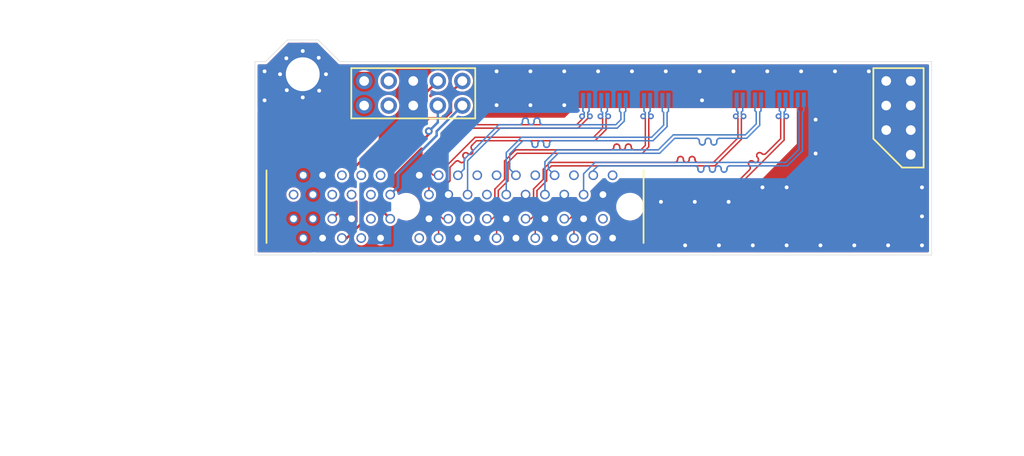
<source format=kicad_pcb>
(kicad_pcb (version 20171130) (host pcbnew "(5.1.10)-1")
  (layers (0 F.Cu signal) (1 In1.Cu signal) (2 In2.Cu signal) (31 B.Cu signal) (34 B.Paste user) (35 F.Paste user) (36 B.SilkS user) (37 F.SilkS user) (38 B.Mask user) (39 F.Mask user) (44 Edge.Cuts user))
  (net 0 "")
  (net 1 "Net-(J1-PadA32)")
  (net 2 GND)
  (net 3 "Net-(J1-PadB31)")
  (net 4 /X4MEZZ_PER3_N)
  (net 5 "Net-(J1-PadB30)")
  (net 6 /X4MEZZ_PER3_P)
  (net 7 /X4MEZZ_PET3_N)
  (net 8 /X4MEZZ_PET3_P)
  (net 9 /X4MEZZ_PER2_N)
  (net 10 /X4MEZZ_PER2_P)
  (net 11 /X4MEZZ_PET2_N)
  (net 12 /X4MEZZ_PET2_P)
  (net 13 /X4MEZZ_PER1_N)
  (net 14 /X4MEZZ_PER1_P)
  (net 15 /X4MEZZ_PET1_N)
  (net 16 "Net-(J1-PadA19)")
  (net 17 /X4MEZZ_PET1_P)
  (net 18 /X4MEZZ_PER0_N)
  (net 19 "Net-(J1-PadB17)")
  (net 20 /X4MEZZ_PER0_P)
  (net 21 /X4MEZZ_PET0_N)
  (net 22 /REFCLK_IN_N)
  (net 23 /X4MEZZ_PET0_P)
  (net 24 /REFCLK_IN_P)
  (net 25 "Net-(J1-PadB12)")
  (net 26 /~WAKE)
  (net 27 +3.3VA)
  (net 28 "Net-(J1-PadB9)")
  (net 29 +3V3)
  (net 30 /SMDAT)
  (net 31 /SMCLK)
  (net 32 +12V)
  (net 33 "Net-(J1-PadA8)")
  (net 34 "Net-(J1-PadA7)")
  (net 35 "Net-(J1-PadA6)")
  (net 36 "Net-(J1-PadA5)")
  (net 37 /PRSNT)
  (net 38 /~PERST)
  (module PCIE-064-02-F-D-TH:PCIE-064-02-F-D-TH (layer F.Cu) (at 106.35 111.3 180)
    (fp_text reference J1 hide)
    (fp_text value PCIeX4 hide)
    (pad A18 thru_hole circle (at 17.2 3.25 180) (size 1 1) (drill 0.7) (layers *.Cu *.Mask) (net 2 GND))
    (pad "" np_thru_hole circle (at 1.4 0 270) (size 2.35 2.35) (drill 2.35) (layers *.Cu *.Mask))
    (pad A32 thru_hole circle (at 3.2 3.25 180) (size 1 1) (drill 0.7) (layers *.Cu *.Mask) (net 1 "Net-(J1-PadA32)"))
    (pad B32 thru_hole circle (at 3.2 -3.25 180) (size 1 1) (drill 0.7) (layers *.Cu *.Mask) (net 2 GND))
    (pad A31 thru_hole circle (at 4.2 1.25 180) (size 1 1) (drill 0.7) (layers *.Cu *.Mask) (net 2 GND))
    (pad B31 thru_hole circle (at 4.2 -1.25 180) (size 1 1) (drill 0.7) (layers *.Cu *.Mask) (net 3 "Net-(J1-PadB31)"))
    (pad A30 thru_hole circle (at 5.2 3.25 180) (size 1 1) (drill 0.7) (layers *.Cu *.Mask) (net 4 /X4MEZZ_PER3_N))
    (pad B30 thru_hole circle (at 5.2 -3.25 180) (size 1 1) (drill 0.7) (layers *.Cu *.Mask) (net 5 "Net-(J1-PadB30)"))
    (pad A29 thru_hole circle (at 6.2 1.25 180) (size 1 1) (drill 0.7) (layers *.Cu *.Mask) (net 6 /X4MEZZ_PER3_P))
    (pad B29 thru_hole circle (at 6.2 -1.25 180) (size 1 1) (drill 0.7) (layers *.Cu *.Mask) (net 2 GND))
    (pad A28 thru_hole circle (at 7.2 3.25 180) (size 1 1) (drill 0.7) (layers *.Cu *.Mask) (net 2 GND))
    (pad B28 thru_hole circle (at 7.2 -3.25 180) (size 1 1) (drill 0.7) (layers *.Cu *.Mask) (net 7 /X4MEZZ_PET3_N))
    (pad A27 thru_hole circle (at 8.2 1.25 180) (size 1 1) (drill 0.7) (layers *.Cu *.Mask) (net 2 GND))
    (pad B27 thru_hole circle (at 8.2 -1.25 180) (size 1 1) (drill 0.7) (layers *.Cu *.Mask) (net 8 /X4MEZZ_PET3_P))
    (pad A26 thru_hole circle (at 9.2 3.25 180) (size 1 1) (drill 0.7) (layers *.Cu *.Mask) (net 9 /X4MEZZ_PER2_N))
    (pad B26 thru_hole circle (at 9.2 -3.25 180) (size 1 1) (drill 0.7) (layers *.Cu *.Mask) (net 2 GND))
    (pad A25 thru_hole circle (at 10.2 1.25 180) (size 1 1) (drill 0.7) (layers *.Cu *.Mask) (net 10 /X4MEZZ_PER2_P))
    (pad B25 thru_hole circle (at 10.2 -1.25 180) (size 1 1) (drill 0.7) (layers *.Cu *.Mask) (net 2 GND))
    (pad A24 thru_hole circle (at 11.2 3.25 180) (size 1 1) (drill 0.7) (layers *.Cu *.Mask) (net 2 GND))
    (pad B24 thru_hole circle (at 11.2 -3.25 180) (size 1 1) (drill 0.7) (layers *.Cu *.Mask) (net 11 /X4MEZZ_PET2_N))
    (pad A23 thru_hole circle (at 12.2 1.25 180) (size 1 1) (drill 0.7) (layers *.Cu *.Mask) (net 2 GND))
    (pad B23 thru_hole circle (at 12.2 -1.25 180) (size 1 1) (drill 0.7) (layers *.Cu *.Mask) (net 12 /X4MEZZ_PET2_P))
    (pad A22 thru_hole circle (at 13.2 3.25 180) (size 1 1) (drill 0.7) (layers *.Cu *.Mask) (net 13 /X4MEZZ_PER1_N))
    (pad B22 thru_hole circle (at 13.2 -3.25 180) (size 1 1) (drill 0.7) (layers *.Cu *.Mask) (net 2 GND))
    (pad A21 thru_hole circle (at 14.2 1.25 180) (size 1 1) (drill 0.7) (layers *.Cu *.Mask) (net 14 /X4MEZZ_PER1_P))
    (pad B21 thru_hole circle (at 14.2 -1.25 180) (size 1 1) (drill 0.7) (layers *.Cu *.Mask) (net 2 GND))
    (pad A20 thru_hole circle (at 15.2 3.25 180) (size 1 1) (drill 0.7) (layers *.Cu *.Mask) (net 2 GND))
    (pad B20 thru_hole circle (at 15.2 -3.25 180) (size 1 1) (drill 0.7) (layers *.Cu *.Mask) (net 15 /X4MEZZ_PET1_N))
    (pad A19 thru_hole circle (at 16.2 1.25 180) (size 1 1) (drill 0.7) (layers *.Cu *.Mask) (net 16 "Net-(J1-PadA19)"))
    (pad B19 thru_hole circle (at 16.2 -1.25 180) (size 1 1) (drill 0.7) (layers *.Cu *.Mask) (net 17 /X4MEZZ_PET1_P))
    (pad B18 thru_hole circle (at 17.2 -3.25 180) (size 1 1) (drill 0.7) (layers *.Cu *.Mask) (net 2 GND))
    (pad A17 thru_hole circle (at 18.2 1.25 180) (size 1 1) (drill 0.7) (layers *.Cu *.Mask) (net 18 /X4MEZZ_PER0_N))
    (pad B17 thru_hole circle (at 18.2 -1.25 180) (size 1 1) (drill 0.7) (layers *.Cu *.Mask) (net 19 "Net-(J1-PadB17)"))
    (pad A16 thru_hole circle (at 19.2 3.25 180) (size 1 1) (drill 0.7) (layers *.Cu *.Mask) (net 20 /X4MEZZ_PER0_P))
    (pad B16 thru_hole circle (at 19.2 -3.25 180) (size 1 1) (drill 0.7) (layers *.Cu *.Mask) (net 2 GND))
    (pad A15 thru_hole circle (at 20.2 1.25 180) (size 1 1) (drill 0.7) (layers *.Cu *.Mask) (net 2 GND))
    (pad B15 thru_hole circle (at 20.2 -1.25 180) (size 1 1) (drill 0.7) (layers *.Cu *.Mask) (net 21 /X4MEZZ_PET0_N))
    (pad A14 thru_hole circle (at 21.2 3.25 180) (size 1 1) (drill 0.7) (layers *.Cu *.Mask) (net 22 /REFCLK_IN_N))
    (pad B14 thru_hole circle (at 21.2 -3.25 180) (size 1 1) (drill 0.7) (layers *.Cu *.Mask) (net 23 /X4MEZZ_PET0_P))
    (pad A13 thru_hole circle (at 22.2 1.25 180) (size 1 1) (drill 0.7) (layers *.Cu *.Mask) (net 24 /REFCLK_IN_P))
    (pad B13 thru_hole circle (at 22.2 -1.25 180) (size 1 1) (drill 0.7) (layers *.Cu *.Mask) (net 2 GND))
    (pad A12 thru_hole circle (at 23.2 3.25 180) (size 1 1) (drill 0.7) (layers *.Cu *.Mask) (net 2 GND))
    (pad B12 thru_hole circle (at 23.2 -3.25 180) (size 1 1) (drill 0.7) (layers *.Cu *.Mask) (net 25 "Net-(J1-PadB12)"))
    (pad "" np_thru_hole circle (at 24.55 0 270) (size 2.35 2.35) (drill 2.35) (layers *.Cu *.Mask))
    (pad B11 thru_hole circle (at 26.2 -1.25 180) (size 1 1) (drill 0.7) (layers *.Cu *.Mask) (net 26 /~WAKE))
    (pad B10 thru_hole circle (at 27.2 -3.25 180) (size 1 1) (drill 0.7) (layers *.Cu *.Mask) (net 27 +3.3VA))
    (pad B9 thru_hole circle (at 28.2 -1.25 180) (size 1 1) (drill 0.7) (layers *.Cu *.Mask) (net 28 "Net-(J1-PadB9)"))
    (pad B8 thru_hole circle (at 29.2 -3.25 180) (size 1 1) (drill 0.7) (layers *.Cu *.Mask) (net 29 +3V3))
    (pad B7 thru_hole circle (at 30.2 -1.25 180) (size 1 1) (drill 0.7) (layers *.Cu *.Mask) (net 2 GND))
    (pad B6 thru_hole circle (at 31.2 -3.25 180) (size 1 1) (drill 0.7) (layers *.Cu *.Mask) (net 30 /SMDAT))
    (pad B5 thru_hole circle (at 32.2 -1.25 180) (size 1 1) (drill 0.7) (layers *.Cu *.Mask) (net 31 /SMCLK))
    (pad B4 thru_hole circle (at 33.2 -3.25 180) (size 1 1) (drill 0.7) (layers *.Cu *.Mask) (net 2 GND))
    (pad B3 thru_hole circle (at 34.2 -1.25 180) (size 1 1) (drill 0.7) (layers *.Cu *.Mask) (net 32 +12V))
    (pad B2 thru_hole circle (at 35.2 -3.25 180) (size 1 1) (drill 0.7) (layers *.Cu *.Mask) (net 32 +12V))
    (pad B1 thru_hole circle (at 36.2 -1.25 180) (size 1 1) (drill 0.7) (layers *.Cu *.Mask) (net 32 +12V))
    (pad A11 thru_hole circle (at 26.2 1.25 180) (size 1 1) (drill 0.7) (layers *.Cu *.Mask) (net 38 /~PERST))
    (pad A10 thru_hole circle (at 27.2 3.25 180) (size 1 1) (drill 0.7) (layers *.Cu *.Mask) (net 29 +3V3))
    (pad A9 thru_hole circle (at 28.2 1.25 180) (size 1 1) (drill 0.7) (layers *.Cu *.Mask) (net 29 +3V3))
    (pad A8 thru_hole circle (at 29.2 3.25 180) (size 1 1) (drill 0.7) (layers *.Cu *.Mask) (net 33 "Net-(J1-PadA8)"))
    (pad A7 thru_hole circle (at 30.2 1.25 180) (size 1 1) (drill 0.7) (layers *.Cu *.Mask) (net 34 "Net-(J1-PadA7)"))
    (pad A6 thru_hole circle (at 31.2 3.25 180) (size 1 1) (drill 0.7) (layers *.Cu *.Mask) (net 35 "Net-(J1-PadA6)"))
    (pad A5 thru_hole circle (at 32.2 1.25 180) (size 1 1) (drill 0.7) (layers *.Cu *.Mask) (net 36 "Net-(J1-PadA5)"))
    (pad A4 thru_hole circle (at 33.2 3.25 180) (size 1 1) (drill 0.7) (layers *.Cu *.Mask) (net 2 GND))
    (pad A3 thru_hole circle (at 34.2 1.25 180) (size 1 1) (drill 0.7) (layers *.Cu *.Mask) (net 32 +12V))
    (pad A2 thru_hole circle (at 35.2 3.25 180) (size 1 1) (drill 0.7) (layers *.Cu *.Mask) (net 32 +12V))
    (pad A1 thru_hole circle (at 36.2 1.25 180) (size 1 1) (drill 0.7) (layers *.Cu *.Mask) (net 37 /PRSNT))
  )
  (module Connector_PinHeader_2.54mm:PinHeader_2x04_P2.54mm_Vertical (layer F.Cu) (at 133.99 105.92 180)
    (fp_text reference J4 hide)
    (fp_text value X4MEZZ_MPB)
    (pad 8 thru_hole oval (at 2.54 7.62 180) (size 1.7 1.7) (drill 1) (layers *.Cu *.Mask) (net 2 GND))
    (pad 7 thru_hole oval (at 0 7.62 180) (size 1.7 1.7) (drill 1) (layers *.Cu *.Mask) (net 2 GND))
    (pad 6 thru_hole oval (at 2.54 5.08 180) (size 1.7 1.7) (drill 1) (layers *.Cu *.Mask) (net 2 GND))
    (pad 5 thru_hole oval (at 0 5.08 180) (size 1.7 1.7) (drill 1) (layers *.Cu *.Mask) (net 2 GND))
    (pad 4 thru_hole oval (at 2.54 2.54 180) (size 1.7 1.7) (drill 1) (layers *.Cu *.Mask) (net 2 GND))
    (pad 3 thru_hole oval (at 0 2.54 180) (size 1.7 1.7) (drill 1) (layers *.Cu *.Mask) (net 2 GND))
    (pad 1 thru_hole oval (at 0 0 180) (size 1.7 1.7) (drill 1) (layers *.Cu *.Mask) (net 2 GND))
  )
  (module Connector_PinHeader_2.54mm:PinHeader_2x05_P2.54mm_Vertical (layer F.Cu) (at 77.45 100.84 90)
    (fp_text reference J3 hide)
    (fp_text value X4MEZZ_MPA)
    (pad 10 thru_hole oval (at 2.54 10.16 90) (size 1.7 1.7) (drill 1) (layers *.Cu *.Mask) (net 30 /SMDAT))
    (pad 9 thru_hole oval (at 0 10.16 90) (size 1.7 1.7) (drill 1) (layers *.Cu *.Mask) (net 38 /~PERST))
    (pad 8 thru_hole oval (at 2.54 7.62 90) (size 1.7 1.7) (drill 1) (layers *.Cu *.Mask) (net 31 /SMCLK))
    (pad 7 thru_hole oval (at 0 7.62 90) (size 1.7 1.7) (drill 1) (layers *.Cu *.Mask) (net 26 /~WAKE))
    (pad 6 thru_hole oval (at 2.54 5.08 90) (size 1.7 1.7) (drill 1) (layers *.Cu *.Mask) (net 27 +3.3VA))
    (pad 5 thru_hole oval (at 0 5.08 90) (size 1.7 1.7) (drill 1) (layers *.Cu *.Mask) (net 27 +3.3VA))
    (pad 4 thru_hole oval (at 2.54 2.54 90) (size 1.7 1.7) (drill 1) (layers *.Cu *.Mask) (net 29 +3V3))
    (pad 3 thru_hole oval (at 0 2.54 90) (size 1.7 1.7) (drill 1) (layers *.Cu *.Mask) (net 29 +3V3))
    (pad 2 thru_hole oval (at 2.54 0 90) (size 1.7 1.7) (drill 1) (layers *.Cu *.Mask) (net 32 +12V))
    (pad 1 thru_hole oval (at 0 0 90) (size 1.7 1.7) (drill 1) (layers *.Cu *.Mask) (net 32 +12V))
  )
  (module Connector_PinSocket_2.54mm:PinSocket_1x01_P2.54mm_Vertical (layer F.Cu) (at 71.1 97.6)
    (fp_text reference REF** hide)
    (fp_text value PinSocket_1x01_P2.54mm_Vertical)
    (pad 1 thru_hole circle (at 0 0) (size 6.5 6.5) (drill 3.5) (layers *.Cu *.Mask) (net 2 GND))
  )
  (module PCIE_RIBBON:PCIE_RIBBON (layer B.Cu) (at 119.7657 100.25)
    (fp_text reference J5 hide)
    (fp_text value X4MEZZ_HSB)
    (pad 1 smd rect (at -6.3157 0) (size 0.4 1.5) (layers B.Cu B.Paste B.Mask) (net 2 GND))
    (pad 2 smd rect (at -5.68413 0) (size 0.4 1.5) (layers B.Cu B.Paste B.Mask) (net 2 GND))
    (pad 3 smd rect (at -5.05256 0) (size 0.4 1.5) (layers B.Cu B.Paste B.Mask) (net 2 GND))
    (pad 4 smd rect (at -4.42099 0) (size 0.4 1.5) (layers B.Cu B.Paste B.Mask) (net 2 GND))
    (pad 5 smd rect (at -3.78942 0) (size 0.4 1.5) (layers B.Cu B.Paste B.Mask) (net 12 /X4MEZZ_PET2_P))
    (pad 6 smd rect (at -3.15785 0) (size 0.4 1.5) (layers B.Cu B.Paste B.Mask) (net 11 /X4MEZZ_PET2_N))
    (pad 7 smd rect (at -2.52628 0) (size 0.4 1.5) (layers B.Cu B.Paste B.Mask) (net 2 GND))
    (pad 8 smd rect (at -1.89471 0) (size 0.4 1.5) (layers B.Cu B.Paste B.Mask) (net 10 /X4MEZZ_PER2_P))
    (pad 9 smd rect (at -1.26314 0) (size 0.4 1.5) (layers B.Cu B.Paste B.Mask) (net 9 /X4MEZZ_PER2_N))
    (pad 10 smd rect (at -0.63157 0) (size 0.4 1.5) (layers B.Cu B.Paste B.Mask) (net 2 GND))
    (pad 11 smd rect (at 0 0) (size 0.4 1.5) (layers B.Cu B.Paste B.Mask) (net 2 GND))
    (pad 12 smd rect (at 0.63157 0) (size 0.4 1.5) (layers B.Cu B.Paste B.Mask) (net 8 /X4MEZZ_PET3_P))
    (pad 13 smd rect (at 1.26314 0) (size 0.4 1.5) (layers B.Cu B.Paste B.Mask) (net 7 /X4MEZZ_PET3_N))
    (pad 14 smd rect (at 1.89471 0) (size 0.4 1.5) (layers B.Cu B.Paste B.Mask) (net 2 GND))
    (pad 15 smd rect (at 2.52628 0) (size 0.4 1.5) (layers B.Cu B.Paste B.Mask) (net 6 /X4MEZZ_PER3_P))
    (pad 16 smd rect (at 3.15785 0) (size 0.4 1.5) (layers B.Cu B.Paste B.Mask) (net 4 /X4MEZZ_PER3_N))
    (pad 17 smd rect (at 3.78942 0) (size 0.4 1.5) (layers B.Cu B.Paste B.Mask) (net 2 GND))
    (pad 18 smd rect (at 4.42099 0) (size 0.4 1.5) (layers B.Cu B.Paste B.Mask) (net 2 GND))
    (pad 19 smd rect (at 5.05256 0) (size 0.4 1.5) (layers B.Cu B.Paste B.Mask) (net 2 GND))
    (pad 20 smd rect (at 5.68413 0) (size 0.4 1.5) (layers B.Cu B.Paste B.Mask) (net 2 GND))
  )
  (module PCIE_RIBBON:PCIE_RIBBON (layer B.Cu) (at 105.7657 100.3)
    (fp_text reference J2 hide)
    (fp_text value X4MEZZ_HSA)
    (pad 1 smd rect (at -6.3157 0) (size 0.4 1.5) (layers B.Cu B.Paste B.Mask) (net 2 GND))
    (pad 2 smd rect (at -5.68413 0) (size 0.4 1.5) (layers B.Cu B.Paste B.Mask) (net 24 /REFCLK_IN_P))
    (pad 3 smd rect (at -5.05256 0) (size 0.4 1.5) (layers B.Cu B.Paste B.Mask) (net 22 /REFCLK_IN_N))
    (pad 4 smd rect (at -4.42099 0) (size 0.4 1.5) (layers B.Cu B.Paste B.Mask) (net 2 GND))
    (pad 5 smd rect (at -3.78942 0) (size 0.4 1.5) (layers B.Cu B.Paste B.Mask) (net 23 /X4MEZZ_PET0_P))
    (pad 6 smd rect (at -3.15785 0) (size 0.4 1.5) (layers B.Cu B.Paste B.Mask) (net 21 /X4MEZZ_PET0_N))
    (pad 7 smd rect (at -2.52628 0) (size 0.4 1.5) (layers B.Cu B.Paste B.Mask) (net 2 GND))
    (pad 8 smd rect (at -1.89471 0) (size 0.4 1.5) (layers B.Cu B.Paste B.Mask) (net 20 /X4MEZZ_PER0_P))
    (pad 9 smd rect (at -1.26314 0) (size 0.4 1.5) (layers B.Cu B.Paste B.Mask) (net 18 /X4MEZZ_PER0_N))
    (pad 10 smd rect (at -0.63157 0) (size 0.4 1.5) (layers B.Cu B.Paste B.Mask) (net 2 GND))
    (pad 11 smd rect (at 0 0) (size 0.4 1.5) (layers B.Cu B.Paste B.Mask) (net 2 GND))
    (pad 12 smd rect (at 0.63157 0) (size 0.4 1.5) (layers B.Cu B.Paste B.Mask) (net 17 /X4MEZZ_PET1_P))
    (pad 13 smd rect (at 1.26314 0) (size 0.4 1.5) (layers B.Cu B.Paste B.Mask) (net 15 /X4MEZZ_PET1_N))
    (pad 14 smd rect (at 1.89471 0) (size 0.4 1.5) (layers B.Cu B.Paste B.Mask) (net 2 GND))
    (pad 15 smd rect (at 2.52628 0) (size 0.4 1.5) (layers B.Cu B.Paste B.Mask) (net 14 /X4MEZZ_PER1_P))
    (pad 16 smd rect (at 3.15785 0) (size 0.4 1.5) (layers B.Cu B.Paste B.Mask) (net 13 /X4MEZZ_PER1_N))
    (pad 17 smd rect (at 3.78942 0) (size 0.4 1.5) (layers B.Cu B.Paste B.Mask) (net 2 GND))
    (pad 18 smd rect (at 4.42099 0) (size 0.4 1.5) (layers B.Cu B.Paste B.Mask) (net 2 GND))
    (pad 19 smd rect (at 5.05256 0) (size 0.4 1.5) (layers B.Cu B.Paste B.Mask) (net 2 GND))
    (pad 20 smd rect (at 5.68413 0) (size 0.4 1.5) (layers B.Cu B.Paste B.Mask) (net 2 GND))
  )
  (gr_line (start 69.5 94.05) (end 72.7 94.05) (layer Edge.Cuts) (width 0.05))
  (gr_line (start 67.25 96.3) (end 69.5 94.05) (layer Edge.Cuts) (width 0.05))
  (gr_line (start 74.95 96.3) (end 72.7 94.05) (layer Edge.Cuts) (width 0.05))
  (gr_line (start 74.95 96.3) (end 136.15 96.3) (layer Edge.Cuts) (width 0.05))
  (gr_line (start 67.25 96.3) (end 66.15 96.3) (layer Edge.Cuts) (width 0.05))
  (gr_line (start 66.15 116.3) (end 66.15 96.3) (layer Edge.Cuts) (width 0.05))
  (gr_line (start 136.15 116.3) (end 66.15 116.3) (layer Edge.Cuts) (width 0.05))
  (gr_line (start 136.15 96.3) (end 136.15 116.3) (layer Edge.Cuts) (width 0.05))
  (segment (start 133.99 105.92) (end 133.99 103.38) (width 0.25) (layer B.Cu) (net 2))
  (segment (start 133.99 103.38) (end 133.99 100.84) (width 0.25) (layer B.Cu) (net 2))
  (segment (start 133.99 100.84) (end 131.45 100.84) (width 0.25) (layer B.Cu) (net 2))
  (segment (start 131.45 100.84) (end 131.45 103.38) (width 0.25) (layer B.Cu) (net 2))
  (segment (start 131.45 98.3) (end 133.99 98.3) (width 0.25) (layer B.Cu) (net 2))
  (segment (start 131.45 100.84) (end 131.45 98.3) (width 0.25) (layer B.Cu) (net 2))
  (segment (start 71.1 97.6) (end 67.45 97.6) (width 0.25) (layer F.Cu) (net 2))
  (via (at 67.15 97.3) (size 0.8) (drill 0.4) (layers F.Cu B.Cu) (net 2))
  (segment (start 67.45 97.6) (end 67.15 97.3) (width 0.25) (layer F.Cu) (net 2))
  (via (at 135.15 115.3) (size 0.8) (drill 0.4) (layers F.Cu B.Cu) (net 2))
  (via (at 135.15 112.3) (size 0.8) (drill 0.4) (layers F.Cu B.Cu) (net 2))
  (segment (start 135.15 115.3) (end 135.15 112.3) (width 0.25) (layer F.Cu) (net 2))
  (via (at 135.15 109.3) (size 0.8) (drill 0.4) (layers F.Cu B.Cu) (net 2))
  (segment (start 135.15 112.3) (end 135.15 109.3) (width 0.25) (layer B.Cu) (net 2))
  (segment (start 135.15 107.08) (end 133.99 105.92) (width 0.25) (layer F.Cu) (net 2))
  (segment (start 135.15 109.3) (end 135.15 107.08) (width 0.25) (layer F.Cu) (net 2))
  (segment (start 67.15 97.3) (end 67.15 100.3) (width 0.25) (layer B.Cu) (net 2))
  (via (at 67.15 100.3) (size 0.8) (drill 0.4) (layers F.Cu B.Cu) (net 2))
  (segment (start 131.45 98.3) (end 130.65 98.3) (width 0.25) (layer F.Cu) (net 2))
  (segment (start 130.65 98.3) (end 129.65 97.3) (width 0.25) (layer F.Cu) (net 2))
  (via (at 129.65 97.3) (size 0.8) (drill 0.4) (layers F.Cu B.Cu) (net 2))
  (via (at 126.15 97.3) (size 0.8) (drill 0.4) (layers F.Cu B.Cu) (net 2))
  (segment (start 129.65 97.3) (end 126.15 97.3) (width 0.25) (layer B.Cu) (net 2))
  (via (at 122.65 97.3) (size 0.8) (drill 0.4) (layers F.Cu B.Cu) (net 2))
  (segment (start 126.15 97.3) (end 122.65 97.3) (width 0.25) (layer F.Cu) (net 2))
  (via (at 119.15 97.3) (size 0.8) (drill 0.4) (layers F.Cu B.Cu) (net 2))
  (segment (start 122.65 97.3) (end 119.15 97.3) (width 0.25) (layer B.Cu) (net 2))
  (via (at 115.65 97.3) (size 0.8) (drill 0.4) (layers F.Cu B.Cu) (net 2))
  (segment (start 119.15 97.3) (end 115.65 97.3) (width 0.25) (layer F.Cu) (net 2))
  (via (at 112.15 97.3) (size 0.8) (drill 0.4) (layers F.Cu B.Cu) (net 2))
  (segment (start 115.65 97.3) (end 112.15 97.3) (width 0.25) (layer B.Cu) (net 2))
  (via (at 108.65 97.3) (size 0.8) (drill 0.4) (layers F.Cu B.Cu) (net 2))
  (segment (start 112.15 97.3) (end 108.65 97.3) (width 0.25) (layer F.Cu) (net 2))
  (via (at 105.15 97.3) (size 0.8) (drill 0.4) (layers F.Cu B.Cu) (net 2))
  (segment (start 108.65 97.3) (end 105.15 97.3) (width 0.25) (layer B.Cu) (net 2))
  (via (at 101.65 97.3) (size 0.8) (drill 0.4) (layers F.Cu B.Cu) (net 2))
  (segment (start 105.15 97.3) (end 101.65 97.3) (width 0.25) (layer F.Cu) (net 2))
  (via (at 98.15 97.3) (size 0.8) (drill 0.4) (layers F.Cu B.Cu) (net 2))
  (segment (start 101.65 97.3) (end 98.15 97.3) (width 0.25) (layer B.Cu) (net 2))
  (via (at 94.65 97.3) (size 0.8) (drill 0.4) (layers F.Cu B.Cu) (net 2))
  (segment (start 98.15 97.3) (end 94.65 97.3) (width 0.25) (layer F.Cu) (net 2))
  (segment (start 94.65 97.3) (end 91.65 97.3) (width 0.25) (layer B.Cu) (net 2))
  (via (at 91.15 97.3) (size 0.8) (drill 0.4) (layers F.Cu B.Cu) (net 2))
  (segment (start 91.65 97.3) (end 91.15 97.3) (width 0.25) (layer B.Cu) (net 2))
  (segment (start 71.9 96.8) (end 71.1 97.6) (width 0.25) (layer F.Cu) (net 2))
  (segment (start 89.15 96.8) (end 71.9 96.8) (width 0.25) (layer F.Cu) (net 2))
  (segment (start 91.15 97.3) (end 89.65 97.3) (width 0.25) (layer F.Cu) (net 2))
  (segment (start 89.65 97.3) (end 89.15 96.8) (width 0.25) (layer F.Cu) (net 2))
  (via (at 112.4 100.3) (size 0.8) (drill 0.4) (layers F.Cu B.Cu) (net 2))
  (segment (start 112.15 97.3) (end 112.15 100.05) (width 0.25) (layer F.Cu) (net 2))
  (segment (start 112.15 100.05) (end 112.4 100.3) (width 0.25) (layer F.Cu) (net 2))
  (segment (start 112.4 100.3) (end 112.4 99.3) (width 0.25) (layer B.Cu) (net 2))
  (segment (start 112.4 99.3) (end 112.65 99.05) (width 0.25) (layer B.Cu) (net 2))
  (segment (start 112.65 99.05) (end 113.45 99.05) (width 0.25) (layer B.Cu) (net 2))
  (segment (start 113.45 99.05) (end 113.45 100.25) (width 0.25) (layer B.Cu) (net 2))
  (segment (start 125.45 100.24983) (end 125.44983 100.25) (width 0.25) (layer B.Cu) (net 2))
  (segment (start 125.45 99.05) (end 125.45 100.24983) (width 0.25) (layer B.Cu) (net 2))
  (segment (start 124.81826 99.11826) (end 124.75 99.05) (width 0.25) (layer B.Cu) (net 2))
  (segment (start 124.81826 100.25) (end 124.81826 99.11826) (width 0.25) (layer B.Cu) (net 2))
  (segment (start 124.75 99.05) (end 125.45 99.05) (width 0.25) (layer B.Cu) (net 2))
  (segment (start 124.18669 100.25) (end 124.18669 99.11331) (width 0.25) (layer B.Cu) (net 2))
  (segment (start 124.18669 99.11331) (end 124.25 99.05) (width 0.25) (layer B.Cu) (net 2))
  (segment (start 124.25 99.05) (end 124.75 99.05) (width 0.25) (layer B.Cu) (net 2))
  (segment (start 123.55512 99.09488) (end 123.6 99.05) (width 0.25) (layer B.Cu) (net 2))
  (segment (start 123.55512 100.25) (end 123.55512 99.09488) (width 0.25) (layer B.Cu) (net 2))
  (segment (start 123.6 99.05) (end 124.25 99.05) (width 0.25) (layer B.Cu) (net 2))
  (segment (start 121.66041 99.06041) (end 121.65 99.05) (width 0.25) (layer B.Cu) (net 2))
  (segment (start 121.66041 100.25) (end 121.66041 99.06041) (width 0.25) (layer B.Cu) (net 2))
  (segment (start 121.65 99.05) (end 123.6 99.05) (width 0.25) (layer B.Cu) (net 2))
  (segment (start 119.7657 99.1157) (end 119.7 99.05) (width 0.25) (layer B.Cu) (net 2))
  (segment (start 119.7657 100.25) (end 119.7657 99.1157) (width 0.25) (layer B.Cu) (net 2))
  (segment (start 119.7 99.05) (end 121.65 99.05) (width 0.25) (layer B.Cu) (net 2))
  (segment (start 119.13413 100.25) (end 119.13413 99.13413) (width 0.25) (layer B.Cu) (net 2))
  (segment (start 119.13413 99.13413) (end 119.05 99.05) (width 0.25) (layer B.Cu) (net 2))
  (segment (start 119.05 99.05) (end 119.7 99.05) (width 0.25) (layer B.Cu) (net 2))
  (segment (start 117.23942 99.11058) (end 117.3 99.05) (width 0.25) (layer B.Cu) (net 2))
  (segment (start 117.23942 100.25) (end 117.23942 99.11058) (width 0.25) (layer B.Cu) (net 2))
  (segment (start 117.3 99.05) (end 119.05 99.05) (width 0.25) (layer B.Cu) (net 2))
  (segment (start 115.34471 99.10529) (end 115.4 99.05) (width 0.25) (layer B.Cu) (net 2))
  (segment (start 115.34471 100.25) (end 115.34471 99.10529) (width 0.25) (layer B.Cu) (net 2))
  (segment (start 115.4 99.05) (end 117.3 99.05) (width 0.25) (layer B.Cu) (net 2))
  (segment (start 114.71314 99.08686) (end 114.75 99.05) (width 0.25) (layer B.Cu) (net 2))
  (segment (start 114.71314 100.25) (end 114.71314 99.08686) (width 0.25) (layer B.Cu) (net 2))
  (segment (start 114.75 99.05) (end 115.4 99.05) (width 0.25) (layer B.Cu) (net 2))
  (segment (start 114.08157 100.25) (end 114.08157 99.13157) (width 0.25) (layer B.Cu) (net 2))
  (segment (start 114.08157 99.13157) (end 114 99.05) (width 0.25) (layer B.Cu) (net 2))
  (segment (start 113.45 99.05) (end 114 99.05) (width 0.25) (layer B.Cu) (net 2))
  (segment (start 114 99.05) (end 114.75 99.05) (width 0.25) (layer B.Cu) (net 2))
  (segment (start 99.45 99.05) (end 99.45 100.3) (width 0.25) (layer B.Cu) (net 2))
  (segment (start 101.34471 99.10529) (end 101.4 99.05) (width 0.25) (layer B.Cu) (net 2))
  (segment (start 101.34471 100.3) (end 101.34471 99.10529) (width 0.25) (layer B.Cu) (net 2))
  (segment (start 101.4 99.05) (end 99.45 99.05) (width 0.25) (layer B.Cu) (net 2))
  (segment (start 103.23942 99.11058) (end 103.3 99.05) (width 0.25) (layer B.Cu) (net 2))
  (segment (start 103.23942 100.3) (end 103.23942 99.11058) (width 0.25) (layer B.Cu) (net 2))
  (segment (start 103.3 99.05) (end 101.4 99.05) (width 0.25) (layer B.Cu) (net 2))
  (segment (start 105.13413 99.06587) (end 105.15 99.05) (width 0.25) (layer B.Cu) (net 2))
  (segment (start 105.13413 100.3) (end 105.13413 99.06587) (width 0.25) (layer B.Cu) (net 2))
  (segment (start 105.15 99.05) (end 103.3 99.05) (width 0.25) (layer B.Cu) (net 2))
  (segment (start 105.7657 100.3) (end 105.7657 99.0843) (width 0.25) (layer B.Cu) (net 2))
  (segment (start 105.7657 99.0843) (end 105.8 99.05) (width 0.25) (layer B.Cu) (net 2))
  (segment (start 105.8 99.05) (end 105.15 99.05) (width 0.25) (layer B.Cu) (net 2))
  (segment (start 107.66041 100.3) (end 107.66041 99.08959) (width 0.25) (layer B.Cu) (net 2))
  (segment (start 107.66041 99.08959) (end 107.7 99.05) (width 0.25) (layer B.Cu) (net 2))
  (segment (start 107.7 99.05) (end 105.8 99.05) (width 0.25) (layer B.Cu) (net 2))
  (segment (start 109.55512 100.3) (end 109.55512 99.10512) (width 0.25) (layer B.Cu) (net 2))
  (segment (start 109.55512 99.10512) (end 109.5 99.05) (width 0.25) (layer B.Cu) (net 2))
  (segment (start 109.5 99.05) (end 107.7 99.05) (width 0.25) (layer B.Cu) (net 2))
  (segment (start 110.18669 99.08669) (end 110.15 99.05) (width 0.25) (layer B.Cu) (net 2))
  (segment (start 110.18669 100.3) (end 110.18669 99.08669) (width 0.25) (layer B.Cu) (net 2))
  (segment (start 110.15 99.05) (end 109.5 99.05) (width 0.25) (layer B.Cu) (net 2))
  (segment (start 110.81826 99.11826) (end 110.75 99.05) (width 0.25) (layer B.Cu) (net 2))
  (segment (start 110.81826 100.3) (end 110.81826 99.11826) (width 0.25) (layer B.Cu) (net 2))
  (segment (start 110.75 99.05) (end 110.15 99.05) (width 0.25) (layer B.Cu) (net 2))
  (segment (start 111.44983 100.3) (end 111.44983 99.10017) (width 0.25) (layer B.Cu) (net 2))
  (segment (start 112.65 99.05) (end 111.5 99.05) (width 0.25) (layer B.Cu) (net 2))
  (segment (start 111.44983 99.10017) (end 111.5 99.05) (width 0.25) (layer B.Cu) (net 2))
  (segment (start 111.5 99.05) (end 110.75 99.05) (width 0.25) (layer B.Cu) (net 2))
  (segment (start 99.45 98.6) (end 98.15 97.3) (width 0.25) (layer B.Cu) (net 2))
  (segment (start 99.45 99.05) (end 99.45 98.6) (width 0.25) (layer B.Cu) (net 2))
  (via (at 124.15 102.3) (size 0.8) (drill 0.4) (layers F.Cu B.Cu) (net 2))
  (segment (start 124.81826 100.25) (end 124.81826 101.63174) (width 0.25) (layer B.Cu) (net 2))
  (segment (start 124.81826 101.63174) (end 124.15 102.3) (width 0.25) (layer B.Cu) (net 2))
  (via (at 124.15 105.8) (size 0.8) (drill 0.4) (layers F.Cu B.Cu) (net 2))
  (segment (start 124.15 102.3) (end 124.15 105.8) (width 0.25) (layer F.Cu) (net 2))
  (via (at 111.65 110.8) (size 0.8) (drill 0.4) (layers F.Cu B.Cu) (net 2))
  (via (at 108.15 110.8) (size 0.8) (drill 0.4) (layers F.Cu B.Cu) (net 2))
  (segment (start 111.65 110.8) (end 108.15 110.8) (width 0.25) (layer B.Cu) (net 2))
  (segment (start 111.65 110.8) (end 115.15 110.8) (width 0.25) (layer F.Cu) (net 2))
  (via (at 115.15 110.8) (size 0.8) (drill 0.4) (layers F.Cu B.Cu) (net 2))
  (segment (start 121.15 108.8) (end 121.15 109.3) (width 0.25) (layer B.Cu) (net 2))
  (via (at 121.15 109.3) (size 0.8) (drill 0.4) (layers F.Cu B.Cu) (net 2))
  (segment (start 124.15 105.8) (end 121.15 108.8) (width 0.25) (layer B.Cu) (net 2))
  (segment (start 99.45 99.05) (end 98.9 99.05) (width 0.25) (layer B.Cu) (net 2))
  (via (at 98.15 100.8) (size 0.8) (drill 0.4) (layers F.Cu B.Cu) (net 2))
  (segment (start 98.9 99.05) (end 98.15 99.8) (width 0.25) (layer B.Cu) (net 2))
  (segment (start 98.15 99.8) (end 98.15 100.8) (width 0.25) (layer B.Cu) (net 2))
  (via (at 94.65 100.8) (size 0.8) (drill 0.4) (layers F.Cu B.Cu) (net 2))
  (segment (start 98.15 100.8) (end 94.65 100.8) (width 0.25) (layer F.Cu) (net 2))
  (via (at 91.15 100.8) (size 0.8) (drill 0.4) (layers F.Cu B.Cu) (net 2))
  (segment (start 94.65 100.8) (end 91.15 100.8) (width 0.25) (layer B.Cu) (net 2))
  (segment (start 91.15 100.8) (end 91.15 97.3) (width 0.25) (layer F.Cu) (net 2))
  (segment (start 91.15 100.8) (end 90.35 100.8) (width 0.25) (layer B.Cu) (net 2))
  (via (at 131.65 115.3) (size 0.8) (drill 0.4) (layers F.Cu B.Cu) (net 2))
  (segment (start 135.15 115.3) (end 131.65 115.3) (width 0.25) (layer B.Cu) (net 2))
  (segment (start 131.65 115.3) (end 128.15 115.3) (width 0.25) (layer F.Cu) (net 2))
  (via (at 128.15 115.3) (size 0.8) (drill 0.4) (layers F.Cu B.Cu) (net 2))
  (segment (start 128.15 115.3) (end 124.65 115.3) (width 0.25) (layer B.Cu) (net 2))
  (via (at 124.65 115.3) (size 0.8) (drill 0.4) (layers F.Cu B.Cu) (net 2))
  (via (at 121.15 115.3) (size 0.8) (drill 0.4) (layers F.Cu B.Cu) (net 2))
  (segment (start 124.65 115.3) (end 121.15 115.3) (width 0.25) (layer F.Cu) (net 2))
  (segment (start 121.15 115.3) (end 117.65 115.3) (width 0.25) (layer B.Cu) (net 2))
  (via (at 117.65 115.3) (size 0.8) (drill 0.4) (layers F.Cu B.Cu) (net 2))
  (via (at 114.15 115.3) (size 0.8) (drill 0.4) (layers F.Cu B.Cu) (net 2))
  (segment (start 117.65 115.3) (end 114.15 115.3) (width 0.25) (layer F.Cu) (net 2))
  (via (at 110.65 115.3) (size 0.8) (drill 0.4) (layers F.Cu B.Cu) (net 2))
  (segment (start 114.15 115.3) (end 110.65 115.3) (width 0.25) (layer B.Cu) (net 2))
  (segment (start 108.15 110.8) (end 108.15 114.3) (width 0.25) (layer F.Cu) (net 2))
  (segment (start 108.15 114.3) (end 107.15 115.3) (width 0.25) (layer F.Cu) (net 2))
  (segment (start 110.65 115.3) (end 107.15 115.3) (width 0.25) (layer F.Cu) (net 2))
  (segment (start 121.15 109.3) (end 118.65 109.3) (width 0.25) (layer F.Cu) (net 2))
  (segment (start 115.15 110.8) (end 117.15 110.8) (width 0.25) (layer B.Cu) (net 2))
  (via (at 118.65 109.3) (size 0.8) (drill 0.4) (layers F.Cu B.Cu) (net 2))
  (segment (start 117.15 110.8) (end 118.65 109.3) (width 0.25) (layer B.Cu) (net 2))
  (via (at 71.1 95.2) (size 0.8) (drill 0.4) (layers F.Cu B.Cu) (net 2))
  (segment (start 71.1 97.6) (end 71.1 95.2) (width 0.25) (layer F.Cu) (net 2))
  (via (at 73.5 97.6) (size 0.8) (drill 0.4) (layers F.Cu B.Cu) (net 2))
  (segment (start 73.5 97.6) (end 73.5 98.6) (width 0.25) (layer B.Cu) (net 2))
  (via (at 72.8 99.3) (size 0.8) (drill 0.4) (layers F.Cu B.Cu) (net 2))
  (segment (start 73.5 98.6) (end 72.8 99.3) (width 0.25) (layer B.Cu) (net 2))
  (via (at 71.1 100) (size 0.8) (drill 0.4) (layers F.Cu B.Cu) (net 2))
  (segment (start 72.8 99.3) (end 71.8 99.3) (width 0.25) (layer F.Cu) (net 2))
  (segment (start 71.8 99.3) (end 71.1 100) (width 0.25) (layer F.Cu) (net 2))
  (via (at 69.45 99.25) (size 0.8) (drill 0.4) (layers F.Cu B.Cu) (net 2))
  (segment (start 71.1 100) (end 70.2 100) (width 0.25) (layer B.Cu) (net 2))
  (segment (start 70.2 100) (end 69.45 99.25) (width 0.25) (layer B.Cu) (net 2))
  (via (at 68.75 97.6) (size 0.8) (drill 0.4) (layers F.Cu B.Cu) (net 2))
  (segment (start 69.45 99.25) (end 69.45 98.3) (width 0.25) (layer F.Cu) (net 2))
  (segment (start 69.45 98.3) (end 68.75 97.6) (width 0.25) (layer F.Cu) (net 2))
  (via (at 69.4 95.95) (size 0.8) (drill 0.4) (layers F.Cu B.Cu) (net 2))
  (segment (start 68.75 97.6) (end 68.75 96.6) (width 0.25) (layer B.Cu) (net 2))
  (segment (start 68.75 96.6) (end 69.4 95.95) (width 0.25) (layer B.Cu) (net 2))
  (segment (start 69.4 95.95) (end 70.35 95.95) (width 0.25) (layer F.Cu) (net 2))
  (via (at 72.75 95.900014) (size 0.8) (drill 0.4) (layers F.Cu B.Cu) (net 2))
  (segment (start 73.5 97.6) (end 72.75 96.85) (width 0.25) (layer F.Cu) (net 2))
  (segment (start 72.049986 95.2) (end 72.75 95.900014) (width 0.25) (layer B.Cu) (net 2))
  (segment (start 72.75 96.85) (end 72.75 95.900014) (width 0.25) (layer F.Cu) (net 2))
  (segment (start 71.1 95.2) (end 72.049986 95.2) (width 0.25) (layer B.Cu) (net 2))
  (segment (start 83.15 108.05) (end 81.85 108.05) (width 0.25) (layer F.Cu) (net 2))
  (segment (start 101.6222 107.0778) (end 101.15 107.55) (width 0.1524) (layer B.Cu) (net 4))
  (segment (start 111.6778 107.0778) (end 101.6222 107.0778) (width 0.1524) (layer B.Cu) (net 4))
  (segment (start 111.744556 107.085321) (end 111.6778 107.0778) (width 0.1524) (layer B.Cu) (net 4))
  (segment (start 111.912349 107.190753) (end 111.864846 107.14325) (width 0.1524) (layer B.Cu) (net 4))
  (segment (start 111.94809 107.247634) (end 111.912349 107.190753) (width 0.1524) (layer B.Cu) (net 4))
  (segment (start 111.970278 107.311043) (end 111.94809 107.247634) (width 0.1524) (layer B.Cu) (net 4))
  (segment (start 111.9778 107.3778) (end 111.970278 107.311043) (width 0.1524) (layer B.Cu) (net 4))
  (segment (start 112.007509 107.559655) (end 111.985321 107.496246) (width 0.1524) (layer B.Cu) (net 4))
  (segment (start 112.04325 107.616536) (end 112.007509 107.559655) (width 0.1524) (layer B.Cu) (net 4))
  (segment (start 112.090753 107.664039) (end 112.04325 107.616536) (width 0.1524) (layer B.Cu) (net 4))
  (segment (start 112.147634 107.69978) (end 112.090753 107.664039) (width 0.1524) (layer B.Cu) (net 4))
  (segment (start 112.211043 107.721968) (end 112.147634 107.69978) (width 0.1524) (layer B.Cu) (net 4))
  (segment (start 112.2778 107.72949) (end 112.211043 107.721968) (width 0.1524) (layer B.Cu) (net 4))
  (segment (start 112.344556 107.721968) (end 112.2778 107.72949) (width 0.1524) (layer B.Cu) (net 4))
  (segment (start 112.407965 107.69978) (end 112.344556 107.721968) (width 0.1524) (layer B.Cu) (net 4))
  (segment (start 112.464846 107.664039) (end 112.407965 107.69978) (width 0.1524) (layer B.Cu) (net 4))
  (segment (start 112.512349 107.616536) (end 112.464846 107.664039) (width 0.1524) (layer B.Cu) (net 4))
  (segment (start 112.54809 107.559655) (end 112.512349 107.616536) (width 0.1524) (layer B.Cu) (net 4))
  (segment (start 112.570278 107.496246) (end 112.54809 107.559655) (width 0.1524) (layer B.Cu) (net 4))
  (segment (start 112.5778 107.42949) (end 112.570278 107.496246) (width 0.1524) (layer B.Cu) (net 4))
  (segment (start 112.5778 107.3778) (end 112.5778 107.42949) (width 0.1524) (layer B.Cu) (net 4))
  (segment (start 112.585321 107.311043) (end 112.5778 107.3778) (width 0.1524) (layer B.Cu) (net 4))
  (segment (start 112.607509 107.247634) (end 112.585321 107.311043) (width 0.1524) (layer B.Cu) (net 4))
  (segment (start 112.64325 107.190753) (end 112.607509 107.247634) (width 0.1524) (layer B.Cu) (net 4))
  (segment (start 112.690753 107.14325) (end 112.64325 107.190753) (width 0.1524) (layer B.Cu) (net 4))
  (segment (start 112.747634 107.107509) (end 112.690753 107.14325) (width 0.1524) (layer B.Cu) (net 4))
  (segment (start 112.811043 107.085321) (end 112.747634 107.107509) (width 0.1524) (layer B.Cu) (net 4))
  (segment (start 112.8778 107.0778) (end 112.811043 107.085321) (width 0.1524) (layer B.Cu) (net 4))
  (segment (start 112.944556 107.085321) (end 112.8778 107.0778) (width 0.1524) (layer B.Cu) (net 4))
  (segment (start 113.007965 107.107509) (end 112.944556 107.085321) (width 0.1524) (layer B.Cu) (net 4))
  (segment (start 113.064846 107.14325) (end 113.007965 107.107509) (width 0.1524) (layer B.Cu) (net 4))
  (segment (start 113.112349 107.190753) (end 113.064846 107.14325) (width 0.1524) (layer B.Cu) (net 4))
  (segment (start 113.14809 107.247634) (end 113.112349 107.190753) (width 0.1524) (layer B.Cu) (net 4))
  (segment (start 113.170278 107.311043) (end 113.14809 107.247634) (width 0.1524) (layer B.Cu) (net 4))
  (segment (start 114.3778 107.3778) (end 114.370278 107.311043) (width 0.1524) (layer B.Cu) (net 4))
  (segment (start 114.3778 107.42949) (end 114.3778 107.3778) (width 0.1524) (layer B.Cu) (net 4))
  (segment (start 114.407509 107.559655) (end 114.385321 107.496246) (width 0.1524) (layer B.Cu) (net 4))
  (segment (start 114.490753 107.664039) (end 114.44325 107.616536) (width 0.1524) (layer B.Cu) (net 4))
  (segment (start 121.223648 107.0778) (end 115.2778 107.0778) (width 0.1524) (layer B.Cu) (net 4))
  (segment (start 114.547634 107.69978) (end 114.490753 107.664039) (width 0.1524) (layer B.Cu) (net 4))
  (segment (start 115.2778 107.0778) (end 115.211043 107.085321) (width 0.1524) (layer B.Cu) (net 4))
  (segment (start 114.807965 107.69978) (end 114.744556 107.721968) (width 0.1524) (layer B.Cu) (net 4))
  (segment (start 114.9778 107.3778) (end 114.9778 107.42949) (width 0.1524) (layer B.Cu) (net 4))
  (segment (start 114.6778 107.72949) (end 114.611043 107.721968) (width 0.1524) (layer B.Cu) (net 4))
  (segment (start 114.9778 107.42949) (end 114.970278 107.496246) (width 0.1524) (layer B.Cu) (net 4))
  (segment (start 114.0778 107.0778) (end 114.011043 107.085321) (width 0.1524) (layer B.Cu) (net 4))
  (segment (start 114.864846 107.664039) (end 114.807965 107.69978) (width 0.1524) (layer B.Cu) (net 4))
  (segment (start 115.211043 107.085321) (end 115.147634 107.107509) (width 0.1524) (layer B.Cu) (net 4))
  (segment (start 113.74809 107.559655) (end 113.712349 107.616536) (width 0.1524) (layer B.Cu) (net 4))
  (segment (start 114.912349 107.616536) (end 114.864846 107.664039) (width 0.1524) (layer B.Cu) (net 4))
  (segment (start 114.94809 107.559655) (end 114.912349 107.616536) (width 0.1524) (layer B.Cu) (net 4))
  (segment (start 113.4778 107.72949) (end 113.411043 107.721968) (width 0.1524) (layer B.Cu) (net 4))
  (segment (start 114.744556 107.721968) (end 114.6778 107.72949) (width 0.1524) (layer B.Cu) (net 4))
  (segment (start 111.9778 107.42949) (end 111.9778 107.3778) (width 0.1524) (layer B.Cu) (net 4))
  (segment (start 114.970278 107.496246) (end 114.94809 107.559655) (width 0.1524) (layer B.Cu) (net 4))
  (segment (start 113.185321 107.496246) (end 113.1778 107.42949) (width 0.1524) (layer B.Cu) (net 4))
  (segment (start 114.385321 107.496246) (end 114.3778 107.42949) (width 0.1524) (layer B.Cu) (net 4))
  (segment (start 122.92355 100.25) (end 122.92355 101.375001) (width 0.1524) (layer B.Cu) (net 4))
  (segment (start 113.7778 107.3778) (end 113.7778 107.42949) (width 0.1524) (layer B.Cu) (net 4))
  (segment (start 101.15 107.55) (end 101.15 108.05) (width 0.1524) (layer B.Cu) (net 4))
  (segment (start 115.147634 107.107509) (end 115.090753 107.14325) (width 0.1524) (layer B.Cu) (net 4))
  (segment (start 113.807509 107.247634) (end 113.785321 107.311043) (width 0.1524) (layer B.Cu) (net 4))
  (segment (start 114.611043 107.721968) (end 114.547634 107.69978) (width 0.1524) (layer B.Cu) (net 4))
  (segment (start 122.785565 101.512986) (end 122.785565 105.515883) (width 0.1524) (layer B.Cu) (net 4))
  (segment (start 122.785565 105.515883) (end 121.223648 107.0778) (width 0.1524) (layer B.Cu) (net 4))
  (segment (start 111.985321 107.496246) (end 111.9778 107.42949) (width 0.1524) (layer B.Cu) (net 4))
  (segment (start 115.04325 107.190753) (end 115.007509 107.247634) (width 0.1524) (layer B.Cu) (net 4))
  (segment (start 114.44325 107.616536) (end 114.407509 107.559655) (width 0.1524) (layer B.Cu) (net 4))
  (segment (start 122.92355 101.375001) (end 122.785565 101.512986) (width 0.1524) (layer B.Cu) (net 4))
  (segment (start 113.84325 107.190753) (end 113.807509 107.247634) (width 0.1524) (layer B.Cu) (net 4))
  (segment (start 111.864846 107.14325) (end 111.807965 107.107509) (width 0.1524) (layer B.Cu) (net 4))
  (segment (start 114.985321 107.311043) (end 114.9778 107.3778) (width 0.1524) (layer B.Cu) (net 4))
  (segment (start 111.807965 107.107509) (end 111.744556 107.085321) (width 0.1524) (layer B.Cu) (net 4))
  (segment (start 115.090753 107.14325) (end 115.04325 107.190753) (width 0.1524) (layer B.Cu) (net 4))
  (segment (start 115.007509 107.247634) (end 114.985321 107.311043) (width 0.1524) (layer B.Cu) (net 4))
  (segment (start 114.370278 107.311043) (end 114.34809 107.247634) (width 0.1524) (layer B.Cu) (net 4))
  (segment (start 114.34809 107.247634) (end 114.312349 107.190753) (width 0.1524) (layer B.Cu) (net 4))
  (segment (start 114.312349 107.190753) (end 114.264846 107.14325) (width 0.1524) (layer B.Cu) (net 4))
  (segment (start 114.264846 107.14325) (end 114.207965 107.107509) (width 0.1524) (layer B.Cu) (net 4))
  (segment (start 114.207965 107.107509) (end 114.144556 107.085321) (width 0.1524) (layer B.Cu) (net 4))
  (segment (start 114.144556 107.085321) (end 114.0778 107.0778) (width 0.1524) (layer B.Cu) (net 4))
  (segment (start 114.011043 107.085321) (end 113.947634 107.107509) (width 0.1524) (layer B.Cu) (net 4))
  (segment (start 113.947634 107.107509) (end 113.890753 107.14325) (width 0.1524) (layer B.Cu) (net 4))
  (segment (start 113.890753 107.14325) (end 113.84325 107.190753) (width 0.1524) (layer B.Cu) (net 4))
  (segment (start 113.785321 107.311043) (end 113.7778 107.3778) (width 0.1524) (layer B.Cu) (net 4))
  (segment (start 113.7778 107.42949) (end 113.770278 107.496246) (width 0.1524) (layer B.Cu) (net 4))
  (segment (start 113.770278 107.496246) (end 113.74809 107.559655) (width 0.1524) (layer B.Cu) (net 4))
  (segment (start 113.712349 107.616536) (end 113.664846 107.664039) (width 0.1524) (layer B.Cu) (net 4))
  (segment (start 113.664846 107.664039) (end 113.607965 107.69978) (width 0.1524) (layer B.Cu) (net 4))
  (segment (start 113.607965 107.69978) (end 113.544556 107.721968) (width 0.1524) (layer B.Cu) (net 4))
  (segment (start 113.544556 107.721968) (end 113.4778 107.72949) (width 0.1524) (layer B.Cu) (net 4))
  (segment (start 113.411043 107.721968) (end 113.347634 107.69978) (width 0.1524) (layer B.Cu) (net 4))
  (segment (start 113.347634 107.69978) (end 113.290753 107.664039) (width 0.1524) (layer B.Cu) (net 4))
  (segment (start 113.290753 107.664039) (end 113.24325 107.616536) (width 0.1524) (layer B.Cu) (net 4))
  (segment (start 113.24325 107.616536) (end 113.207509 107.559655) (width 0.1524) (layer B.Cu) (net 4))
  (segment (start 113.207509 107.559655) (end 113.185321 107.496246) (width 0.1524) (layer B.Cu) (net 4))
  (segment (start 113.1778 107.42949) (end 113.1778 107.3778) (width 0.1524) (layer B.Cu) (net 4))
  (segment (start 113.1778 107.3778) (end 113.170278 107.311043) (width 0.1524) (layer B.Cu) (net 4))
  (segment (start 100.15 107.9) (end 100.15 110.05) (width 0.1524) (layer B.Cu) (net 6))
  (segment (start 101.3278 106.7222) (end 100.15 107.9) (width 0.1524) (layer B.Cu) (net 6))
  (segment (start 121.076352 106.7222) (end 101.3278 106.7222) (width 0.1524) (layer B.Cu) (net 6))
  (segment (start 122.429965 105.368587) (end 121.076352 106.7222) (width 0.1524) (layer B.Cu) (net 6))
  (segment (start 122.429965 101.512986) (end 122.429965 105.368587) (width 0.1524) (layer B.Cu) (net 6))
  (segment (start 122.29198 101.375001) (end 122.429965 101.512986) (width 0.1524) (layer B.Cu) (net 6))
  (segment (start 122.29198 100.25) (end 122.29198 101.375001) (width 0.1524) (layer B.Cu) (net 6))
  (segment (start 120.890855 101.7262) (end 121.114655 101.95) (width 0.1524) (layer B.Cu) (net 7))
  (segment (start 120.890855 101.512986) (end 120.890855 101.7262) (width 0.1524) (layer B.Cu) (net 7))
  (segment (start 121.02884 100.25) (end 121.02884 101.375001) (width 0.1524) (layer B.Cu) (net 7))
  (segment (start 121.02884 101.375001) (end 120.890855 101.512986) (width 0.1524) (layer B.Cu) (net 7))
  (via (at 121.114655 101.95) (size 0.6) (drill 0.3) (layers F.Cu B.Cu) (net 7))
  (segment (start 120.890855 102.1738) (end 121.114655 101.95) (width 0.1524) (layer F.Cu) (net 7))
  (segment (start 115.973648 109.3278) (end 120.890855 104.410593) (width 0.1524) (layer F.Cu) (net 7))
  (segment (start 102.573648 111.4278) (end 104.673648 109.3278) (width 0.1524) (layer F.Cu) (net 7))
  (segment (start 120.890855 104.410593) (end 120.890855 102.1738) (width 0.1524) (layer F.Cu) (net 7))
  (segment (start 99.645755 111.4278) (end 102.573648 111.4278) (width 0.1524) (layer F.Cu) (net 7))
  (segment (start 104.673648 109.3278) (end 115.973648 109.3278) (width 0.1524) (layer F.Cu) (net 7))
  (segment (start 99.3278 111.745755) (end 99.645755 111.4278) (width 0.1524) (layer F.Cu) (net 7))
  (segment (start 99.3278 112.4222) (end 99.3278 111.745755) (width 0.1524) (layer F.Cu) (net 7))
  (segment (start 99.15 112.6) (end 99.3278 112.4222) (width 0.1524) (layer F.Cu) (net 7))
  (segment (start 99.15 114.55) (end 99.15 112.6) (width 0.1524) (layer F.Cu) (net 7))
  (segment (start 120.535255 101.7262) (end 120.311455 101.95) (width 0.1524) (layer B.Cu) (net 8))
  (via (at 120.311455 101.95) (size 0.6) (drill 0.3) (layers F.Cu B.Cu) (net 8))
  (segment (start 120.39727 101.375001) (end 120.535255 101.512986) (width 0.1524) (layer B.Cu) (net 8))
  (segment (start 120.39727 100.25) (end 120.39727 101.375001) (width 0.1524) (layer B.Cu) (net 8))
  (segment (start 120.535255 101.512986) (end 120.535255 101.7262) (width 0.1524) (layer B.Cu) (net 8))
  (segment (start 120.535255 102.1738) (end 120.311455 101.95) (width 0.1524) (layer F.Cu) (net 8))
  (segment (start 120.535255 104.263297) (end 120.535255 102.1738) (width 0.1524) (layer F.Cu) (net 8))
  (segment (start 118.946753 105.841161) (end 118.999276 105.799276) (width 0.1524) (layer F.Cu) (net 8))
  (segment (start 118.820733 105.885257) (end 118.886227 105.870308) (width 0.1524) (layer F.Cu) (net 8))
  (segment (start 118.627534 105.841161) (end 118.68806 105.870308) (width 0.1524) (layer F.Cu) (net 8))
  (segment (start 118.513842 105.748744) (end 118.566364 105.790629) (width 0.1524) (layer F.Cu) (net 8))
  (segment (start 117.472115 106.553175) (end 117.539293 106.553175) (width 0.1524) (layer F.Cu) (net 8))
  (segment (start 117.293572 106.639157) (end 117.346094 106.597272) (width 0.1524) (layer F.Cu) (net 8))
  (segment (start 118.221779 106.534755) (end 118.236728 106.46926) (width 0.1524) (layer F.Cu) (net 8))
  (segment (start 117.222539 106.752205) (end 117.251686 106.691679) (width 0.1524) (layer F.Cu) (net 8))
  (segment (start 117.251686 106.691679) (end 117.293572 106.639157) (width 0.1524) (layer F.Cu) (net 8))
  (segment (start 117.20759 106.884878) (end 117.20759 106.817699) (width 0.1524) (layer F.Cu) (net 8))
  (segment (start 117.222539 106.950372) (end 117.20759 106.884878) (width 0.1524) (layer F.Cu) (net 8))
  (segment (start 118.999276 105.799276) (end 120.535255 104.263297) (width 0.1524) (layer F.Cu) (net 8))
  (segment (start 117.373251 107.383283) (end 117.3882 107.317788) (width 0.1524) (layer F.Cu) (net 8))
  (segment (start 118.150746 106.223539) (end 118.1421 106.214893) (width 0.1524) (layer F.Cu) (net 8))
  (segment (start 117.251686 107.010898) (end 117.222539 106.950372) (width 0.1524) (layer F.Cu) (net 8))
  (segment (start 117.293572 107.063421) (end 117.251686 107.010898) (width 0.1524) (layer F.Cu) (net 8))
  (segment (start 117.302218 107.072067) (end 117.293572 107.063421) (width 0.1524) (layer F.Cu) (net 8))
  (segment (start 117.344103 107.124589) (end 117.302218 107.072067) (width 0.1524) (layer F.Cu) (net 8))
  (segment (start 117.373251 107.185115) (end 117.344103 107.124589) (width 0.1524) (layer F.Cu) (net 8))
  (segment (start 98.15 112.55) (end 98.7 112.55) (width 0.1524) (layer F.Cu) (net 8))
  (segment (start 118.68806 105.870308) (end 118.753554 105.885257) (width 0.1524) (layer F.Cu) (net 8))
  (segment (start 118.071067 106.101844) (end 118.056118 106.03635) (width 0.1524) (layer F.Cu) (net 8))
  (segment (start 117.604788 106.568124) (end 117.665314 106.597272) (width 0.1524) (layer F.Cu) (net 8))
  (segment (start 118.320643 105.704647) (end 118.387821 105.704647) (width 0.1524) (layer F.Cu) (net 8))
  (segment (start 98.7 112.55) (end 98.9722 112.2778) (width 0.1524) (layer F.Cu) (net 8))
  (segment (start 118.056118 106.03635) (end 118.056118 105.969171) (width 0.1524) (layer F.Cu) (net 8))
  (segment (start 99.498459 111.0722) (end 102.426352 111.0722) (width 0.1524) (layer F.Cu) (net 8))
  (segment (start 117.779006 106.689689) (end 117.839532 106.718836) (width 0.1524) (layer F.Cu) (net 8))
  (segment (start 98.9722 112.2778) (end 98.9722 111.598459) (width 0.1524) (layer F.Cu) (net 8))
  (segment (start 117.839532 106.718836) (end 117.905026 106.733785) (width 0.1524) (layer F.Cu) (net 8))
  (segment (start 118.453316 105.719596) (end 118.513842 105.748744) (width 0.1524) (layer F.Cu) (net 8))
  (segment (start 98.9722 111.598459) (end 99.498459 111.0722) (width 0.1524) (layer F.Cu) (net 8))
  (segment (start 117.20759 106.817699) (end 117.222539 106.752205) (width 0.1524) (layer F.Cu) (net 8))
  (segment (start 117.346094 106.597272) (end 117.40662 106.568124) (width 0.1524) (layer F.Cu) (net 8))
  (segment (start 115.826352 108.9722) (end 117.302219 107.496332) (width 0.1524) (layer F.Cu) (net 8))
  (segment (start 117.344103 107.443809) (end 117.373251 107.383283) (width 0.1524) (layer F.Cu) (net 8))
  (segment (start 117.40662 106.568124) (end 117.472115 106.553175) (width 0.1524) (layer F.Cu) (net 8))
  (segment (start 104.526352 108.9722) (end 115.826352 108.9722) (width 0.1524) (layer F.Cu) (net 8))
  (segment (start 118.192631 106.276061) (end 118.150746 106.223539) (width 0.1524) (layer F.Cu) (net 8))
  (segment (start 117.302219 107.496332) (end 117.344103 107.443809) (width 0.1524) (layer F.Cu) (net 8))
  (segment (start 117.3882 107.317788) (end 117.3882 107.25061) (width 0.1524) (layer F.Cu) (net 8))
  (segment (start 118.255148 105.719596) (end 118.320643 105.704647) (width 0.1524) (layer F.Cu) (net 8))
  (segment (start 117.539293 106.553175) (end 117.604788 106.568124) (width 0.1524) (layer F.Cu) (net 8))
  (segment (start 102.426352 111.0722) (end 104.526352 108.9722) (width 0.1524) (layer F.Cu) (net 8))
  (segment (start 117.3882 107.25061) (end 117.373251 107.185115) (width 0.1524) (layer F.Cu) (net 8))
  (segment (start 117.972205 106.733785) (end 118.037699 106.718836) (width 0.1524) (layer F.Cu) (net 8))
  (segment (start 117.665314 106.597272) (end 117.717836 106.639157) (width 0.1524) (layer F.Cu) (net 8))
  (segment (start 117.717836 106.639157) (end 117.726483 106.647804) (width 0.1524) (layer F.Cu) (net 8))
  (segment (start 118.194622 105.748744) (end 118.255148 105.719596) (width 0.1524) (layer F.Cu) (net 8))
  (segment (start 117.726483 106.647804) (end 117.779006 106.689689) (width 0.1524) (layer F.Cu) (net 8))
  (segment (start 117.905026 106.733785) (end 117.972205 106.733785) (width 0.1524) (layer F.Cu) (net 8))
  (segment (start 118.037699 106.718836) (end 118.098225 106.689689) (width 0.1524) (layer F.Cu) (net 8))
  (segment (start 118.098225 106.689689) (end 118.150747 106.647804) (width 0.1524) (layer F.Cu) (net 8))
  (segment (start 118.575011 105.799276) (end 118.627534 105.841161) (width 0.1524) (layer F.Cu) (net 8))
  (segment (start 118.150747 106.647804) (end 118.192631 106.595281) (width 0.1524) (layer F.Cu) (net 8))
  (segment (start 118.387821 105.704647) (end 118.453316 105.719596) (width 0.1524) (layer F.Cu) (net 8))
  (segment (start 118.192631 106.595281) (end 118.221779 106.534755) (width 0.1524) (layer F.Cu) (net 8))
  (segment (start 118.236728 106.46926) (end 118.236728 106.402082) (width 0.1524) (layer F.Cu) (net 8))
  (segment (start 118.236728 106.402082) (end 118.221779 106.336587) (width 0.1524) (layer F.Cu) (net 8))
  (segment (start 118.753554 105.885257) (end 118.820733 105.885257) (width 0.1524) (layer F.Cu) (net 8))
  (segment (start 118.221779 106.336587) (end 118.192631 106.276061) (width 0.1524) (layer F.Cu) (net 8))
  (segment (start 118.1421 106.214893) (end 118.100214 106.16237) (width 0.1524) (layer F.Cu) (net 8))
  (segment (start 118.886227 105.870308) (end 118.946753 105.841161) (width 0.1524) (layer F.Cu) (net 8))
  (segment (start 118.100214 106.16237) (end 118.071067 106.101844) (width 0.1524) (layer F.Cu) (net 8))
  (segment (start 118.056118 105.969171) (end 118.071067 105.903677) (width 0.1524) (layer F.Cu) (net 8))
  (segment (start 118.566364 105.790629) (end 118.575011 105.799276) (width 0.1524) (layer F.Cu) (net 8))
  (segment (start 118.071067 105.903677) (end 118.100214 105.843151) (width 0.1524) (layer F.Cu) (net 8))
  (segment (start 118.100214 105.843151) (end 118.1421 105.790629) (width 0.1524) (layer F.Cu) (net 8))
  (segment (start 118.1421 105.790629) (end 118.194622 105.748744) (width 0.1524) (layer F.Cu) (net 8))
  (segment (start 96.5056 107.4056) (end 97.15 108.05) (width 0.1524) (layer B.Cu) (net 9))
  (segment (start 96.5056 106.795848) (end 96.5056 107.4056) (width 0.1524) (layer B.Cu) (net 9))
  (segment (start 97.523648 105.7778) (end 96.5056 106.795848) (width 0.1524) (layer B.Cu) (net 9))
  (segment (start 108.023648 105.7778) (end 97.523648 105.7778) (width 0.1524) (layer B.Cu) (net 9))
  (segment (start 109.573648 104.2278) (end 108.023648 105.7778) (width 0.1524) (layer B.Cu) (net 9))
  (segment (start 111.8278 104.2278) (end 109.573648 104.2278) (width 0.1524) (layer B.Cu) (net 9))
  (segment (start 111.894556 104.235322) (end 111.8278 104.2278) (width 0.1524) (layer B.Cu) (net 9))
  (segment (start 111.957965 104.25751) (end 111.894556 104.235322) (width 0.1524) (layer B.Cu) (net 9))
  (segment (start 112.014846 104.293251) (end 111.957965 104.25751) (width 0.1524) (layer B.Cu) (net 9))
  (segment (start 112.062349 104.340754) (end 112.014846 104.293251) (width 0.1524) (layer B.Cu) (net 9))
  (segment (start 112.09809 104.397635) (end 112.062349 104.340754) (width 0.1524) (layer B.Cu) (net 9))
  (segment (start 112.120278 104.461044) (end 112.09809 104.397635) (width 0.1524) (layer B.Cu) (net 9))
  (segment (start 113.3278 104.5278) (end 113.320278 104.461044) (width 0.1524) (layer B.Cu) (net 9))
  (segment (start 113.0278 104.2278) (end 112.961043 104.235322) (width 0.1524) (layer B.Cu) (net 9))
  (segment (start 113.3278 104.620579) (end 113.3278 104.5278) (width 0.1524) (layer B.Cu) (net 9))
  (segment (start 113.357509 104.750745) (end 113.335321 104.687336) (width 0.1524) (layer B.Cu) (net 9))
  (segment (start 113.39325 104.807626) (end 113.357509 104.750745) (width 0.1524) (layer B.Cu) (net 9))
  (segment (start 113.440753 104.855129) (end 113.39325 104.807626) (width 0.1524) (layer B.Cu) (net 9))
  (segment (start 113.497634 104.89087) (end 113.440753 104.855129) (width 0.1524) (layer B.Cu) (net 9))
  (segment (start 113.694556 104.913058) (end 113.6278 104.920579) (width 0.1524) (layer B.Cu) (net 9))
  (segment (start 114.097634 104.25751) (end 114.040753 104.293251) (width 0.1524) (layer B.Cu) (net 9))
  (segment (start 113.757965 104.89087) (end 113.694556 104.913058) (width 0.1524) (layer B.Cu) (net 9))
  (segment (start 113.814846 104.855129) (end 113.757965 104.89087) (width 0.1524) (layer B.Cu) (net 9))
  (segment (start 113.862349 104.807626) (end 113.814846 104.855129) (width 0.1524) (layer B.Cu) (net 9))
  (segment (start 113.89809 104.750745) (end 113.862349 104.807626) (width 0.1524) (layer B.Cu) (net 9))
  (segment (start 114.040753 104.293251) (end 113.99325 104.340754) (width 0.1524) (layer B.Cu) (net 9))
  (segment (start 113.561043 104.913058) (end 113.497634 104.89087) (width 0.1524) (layer B.Cu) (net 9))
  (segment (start 113.920278 104.687336) (end 113.89809 104.750745) (width 0.1524) (layer B.Cu) (net 9))
  (segment (start 112.69809 104.750745) (end 112.662349 104.807626) (width 0.1524) (layer B.Cu) (net 9))
  (segment (start 117.023648 104.2278) (end 114.2278 104.2278) (width 0.1524) (layer B.Cu) (net 9))
  (segment (start 113.29809 104.397635) (end 113.262349 104.340754) (width 0.1524) (layer B.Cu) (net 9))
  (segment (start 118.364575 101.512986) (end 118.364575 102.886873) (width 0.1524) (layer B.Cu) (net 9))
  (segment (start 113.335321 104.687336) (end 113.3278 104.620579) (width 0.1524) (layer B.Cu) (net 9))
  (segment (start 113.9278 104.5278) (end 113.9278 104.620579) (width 0.1524) (layer B.Cu) (net 9))
  (segment (start 113.957509 104.397635) (end 113.935321 104.461044) (width 0.1524) (layer B.Cu) (net 9))
  (segment (start 118.364575 102.886873) (end 117.023648 104.2278) (width 0.1524) (layer B.Cu) (net 9))
  (segment (start 112.557965 104.89087) (end 112.494556 104.913058) (width 0.1524) (layer B.Cu) (net 9))
  (segment (start 113.935321 104.461044) (end 113.9278 104.5278) (width 0.1524) (layer B.Cu) (net 9))
  (segment (start 112.4278 104.920579) (end 112.361043 104.913058) (width 0.1524) (layer B.Cu) (net 9))
  (segment (start 114.2278 104.2278) (end 114.161043 104.235322) (width 0.1524) (layer B.Cu) (net 9))
  (segment (start 114.161043 104.235322) (end 114.097634 104.25751) (width 0.1524) (layer B.Cu) (net 9))
  (segment (start 112.7278 104.620579) (end 112.720278 104.687336) (width 0.1524) (layer B.Cu) (net 9))
  (segment (start 113.6278 104.920579) (end 113.561043 104.913058) (width 0.1524) (layer B.Cu) (net 9))
  (segment (start 113.9278 104.620579) (end 113.920278 104.687336) (width 0.1524) (layer B.Cu) (net 9))
  (segment (start 112.135321 104.687336) (end 112.1278 104.620579) (width 0.1524) (layer B.Cu) (net 9))
  (segment (start 113.99325 104.340754) (end 113.957509 104.397635) (width 0.1524) (layer B.Cu) (net 9))
  (segment (start 118.50256 101.375001) (end 118.364575 101.512986) (width 0.1524) (layer B.Cu) (net 9))
  (segment (start 112.19325 104.807626) (end 112.157509 104.750745) (width 0.1524) (layer B.Cu) (net 9))
  (segment (start 113.320278 104.461044) (end 113.29809 104.397635) (width 0.1524) (layer B.Cu) (net 9))
  (segment (start 118.50256 100.25) (end 118.50256 101.375001) (width 0.1524) (layer B.Cu) (net 9))
  (segment (start 113.262349 104.340754) (end 113.214846 104.293251) (width 0.1524) (layer B.Cu) (net 9))
  (segment (start 112.614846 104.855129) (end 112.557965 104.89087) (width 0.1524) (layer B.Cu) (net 9))
  (segment (start 113.214846 104.293251) (end 113.157965 104.25751) (width 0.1524) (layer B.Cu) (net 9))
  (segment (start 113.157965 104.25751) (end 113.094556 104.235322) (width 0.1524) (layer B.Cu) (net 9))
  (segment (start 113.094556 104.235322) (end 113.0278 104.2278) (width 0.1524) (layer B.Cu) (net 9))
  (segment (start 112.1278 104.620579) (end 112.1278 104.5278) (width 0.1524) (layer B.Cu) (net 9))
  (segment (start 112.961043 104.235322) (end 112.897634 104.25751) (width 0.1524) (layer B.Cu) (net 9))
  (segment (start 112.897634 104.25751) (end 112.840753 104.293251) (width 0.1524) (layer B.Cu) (net 9))
  (segment (start 112.840753 104.293251) (end 112.79325 104.340754) (width 0.1524) (layer B.Cu) (net 9))
  (segment (start 112.79325 104.340754) (end 112.757509 104.397635) (width 0.1524) (layer B.Cu) (net 9))
  (segment (start 112.757509 104.397635) (end 112.735321 104.461044) (width 0.1524) (layer B.Cu) (net 9))
  (segment (start 112.735321 104.461044) (end 112.7278 104.5278) (width 0.1524) (layer B.Cu) (net 9))
  (segment (start 112.7278 104.5278) (end 112.7278 104.620579) (width 0.1524) (layer B.Cu) (net 9))
  (segment (start 112.720278 104.687336) (end 112.69809 104.750745) (width 0.1524) (layer B.Cu) (net 9))
  (segment (start 112.662349 104.807626) (end 112.614846 104.855129) (width 0.1524) (layer B.Cu) (net 9))
  (segment (start 112.494556 104.913058) (end 112.4278 104.920579) (width 0.1524) (layer B.Cu) (net 9))
  (segment (start 112.361043 104.913058) (end 112.297634 104.89087) (width 0.1524) (layer B.Cu) (net 9))
  (segment (start 112.297634 104.89087) (end 112.240753 104.855129) (width 0.1524) (layer B.Cu) (net 9))
  (segment (start 112.240753 104.855129) (end 112.19325 104.807626) (width 0.1524) (layer B.Cu) (net 9))
  (segment (start 112.157509 104.750745) (end 112.135321 104.687336) (width 0.1524) (layer B.Cu) (net 9))
  (segment (start 112.1278 104.5278) (end 112.120278 104.461044) (width 0.1524) (layer B.Cu) (net 9))
  (segment (start 96.15 106.648552) (end 96.15 107.4056) (width 0.1524) (layer B.Cu) (net 10))
  (segment (start 97.376352 105.4222) (end 96.15 106.648552) (width 0.1524) (layer B.Cu) (net 10))
  (segment (start 107.876352 105.4222) (end 97.376352 105.4222) (width 0.1524) (layer B.Cu) (net 10))
  (segment (start 109.426352 103.8722) (end 107.876352 105.4222) (width 0.1524) (layer B.Cu) (net 10))
  (segment (start 116.876352 103.8722) (end 109.426352 103.8722) (width 0.1524) (layer B.Cu) (net 10))
  (segment (start 118.008975 102.739577) (end 116.876352 103.8722) (width 0.1524) (layer B.Cu) (net 10))
  (segment (start 118.008975 101.512986) (end 118.008975 102.739577) (width 0.1524) (layer B.Cu) (net 10))
  (segment (start 96.15 107.4056) (end 96.15 110.05) (width 0.1524) (layer B.Cu) (net 10))
  (segment (start 117.87099 101.375001) (end 118.008975 101.512986) (width 0.1524) (layer B.Cu) (net 10))
  (segment (start 117.87099 100.25) (end 117.87099 101.375001) (width 0.1524) (layer B.Cu) (net 10))
  (segment (start 116.469865 101.7262) (end 116.693665 101.95) (width 0.1524) (layer B.Cu) (net 11))
  (segment (start 116.469865 101.512986) (end 116.469865 101.7262) (width 0.1524) (layer B.Cu) (net 11))
  (segment (start 116.60785 100.25) (end 116.60785 101.375001) (width 0.1524) (layer B.Cu) (net 11))
  (via (at 116.693665 101.95) (size 0.6) (drill 0.3) (layers F.Cu B.Cu) (net 11))
  (segment (start 116.60785 101.375001) (end 116.469865 101.512986) (width 0.1524) (layer B.Cu) (net 11))
  (segment (start 95.3278 112.4222) (end 95.15 112.6) (width 0.1524) (layer F.Cu) (net 11))
  (segment (start 95.3278 109.623648) (end 95.3278 112.4222) (width 0.1524) (layer F.Cu) (net 11))
  (segment (start 96.3278 108.623648) (end 95.3278 109.623648) (width 0.1524) (layer F.Cu) (net 11))
  (segment (start 116.693665 101.95) (end 116.469865 102.1738) (width 0.1524) (layer F.Cu) (net 11))
  (segment (start 96.3278 107.573648) (end 96.3278 108.623648) (width 0.1524) (layer F.Cu) (net 11))
  (segment (start 116.469865 102.1738) (end 116.469865 104.331583) (width 0.1524) (layer F.Cu) (net 11))
  (segment (start 113.723648 107.0778) (end 96.823648 107.0778) (width 0.1524) (layer F.Cu) (net 11))
  (segment (start 116.469865 104.331583) (end 113.723648 107.0778) (width 0.1524) (layer F.Cu) (net 11))
  (segment (start 95.15 112.6) (end 95.15 114.55) (width 0.1524) (layer F.Cu) (net 11))
  (segment (start 96.823648 107.0778) (end 96.3278 107.573648) (width 0.1524) (layer F.Cu) (net 11))
  (via (at 115.890465 101.95) (size 0.6) (drill 0.3) (layers F.Cu B.Cu) (net 12))
  (segment (start 116.114265 101.7262) (end 115.890465 101.95) (width 0.1524) (layer B.Cu) (net 12))
  (segment (start 115.97628 100.25) (end 115.97628 101.375001) (width 0.1524) (layer B.Cu) (net 12))
  (segment (start 115.97628 101.375001) (end 116.114265 101.512986) (width 0.1524) (layer B.Cu) (net 12))
  (segment (start 116.114265 101.512986) (end 116.114265 101.7262) (width 0.1524) (layer B.Cu) (net 12))
  (segment (start 94.7 112.55) (end 94.15 112.55) (width 0.1524) (layer F.Cu) (net 12))
  (segment (start 94.9722 109.476352) (end 94.9722 112.2778) (width 0.1524) (layer F.Cu) (net 12))
  (segment (start 109.5722 106.7222) (end 96.676352 106.7222) (width 0.1524) (layer F.Cu) (net 12))
  (segment (start 109.702365 106.69249) (end 109.638956 106.714678) (width 0.1524) (layer F.Cu) (net 12))
  (segment (start 109.864678 106.488956) (end 109.84249 106.552365) (width 0.1524) (layer F.Cu) (net 12))
  (segment (start 111.079721 106.34321) (end 111.0722 106.409967) (width 0.1524) (layer F.Cu) (net 12))
  (segment (start 111.101909 106.279801) (end 111.079721 106.34321) (width 0.1524) (layer F.Cu) (net 12))
  (segment (start 111.13765 106.22292) (end 111.101909 106.279801) (width 0.1524) (layer F.Cu) (net 12))
  (segment (start 110.105443 106.117488) (end 110.042034 106.139676) (width 0.1524) (layer F.Cu) (net 12))
  (segment (start 111.0722 106.409967) (end 111.0722 106.4222) (width 0.1524) (layer F.Cu) (net 12))
  (segment (start 109.759246 106.656749) (end 109.702365 106.69249) (width 0.1524) (layer F.Cu) (net 12))
  (segment (start 111.185153 106.175417) (end 111.13765 106.22292) (width 0.1524) (layer F.Cu) (net 12))
  (segment (start 111.305443 106.117488) (end 111.242034 106.139676) (width 0.1524) (layer F.Cu) (net 12))
  (segment (start 111.3722 106.109967) (end 111.305443 106.117488) (width 0.1524) (layer F.Cu) (net 12))
  (segment (start 111.438956 106.117488) (end 111.3722 106.109967) (width 0.1524) (layer F.Cu) (net 12))
  (segment (start 110.4722 106.4222) (end 110.4722 106.409967) (width 0.1524) (layer F.Cu) (net 12))
  (segment (start 111.502365 106.139676) (end 111.438956 106.117488) (width 0.1524) (layer F.Cu) (net 12))
  (segment (start 110.042034 106.139676) (end 109.985153 106.175417) (width 0.1524) (layer F.Cu) (net 12))
  (segment (start 111.64249 106.279801) (end 111.606749 106.22292) (width 0.1524) (layer F.Cu) (net 12))
  (segment (start 111.559246 106.175417) (end 111.502365 106.139676) (width 0.1524) (layer F.Cu) (net 12))
  (segment (start 109.985153 106.175417) (end 109.93765 106.22292) (width 0.1524) (layer F.Cu) (net 12))
  (segment (start 96.676352 106.7222) (end 95.9722 107.426352) (width 0.1524) (layer F.Cu) (net 12))
  (segment (start 111.664678 106.34321) (end 111.64249 106.279801) (width 0.1524) (layer F.Cu) (net 12))
  (segment (start 111.242034 106.139676) (end 111.185153 106.175417) (width 0.1524) (layer F.Cu) (net 12))
  (segment (start 111.606749 106.22292) (end 111.559246 106.175417) (width 0.1524) (layer F.Cu) (net 12))
  (segment (start 109.8722 106.409967) (end 109.8722 106.4222) (width 0.1524) (layer F.Cu) (net 12))
  (segment (start 109.8722 106.4222) (end 109.864678 106.488956) (width 0.1524) (layer F.Cu) (net 12))
  (segment (start 111.701909 106.552365) (end 111.679721 106.488956) (width 0.1524) (layer F.Cu) (net 12))
  (segment (start 115.890465 101.95) (end 116.114265 102.1738) (width 0.1524) (layer F.Cu) (net 12))
  (segment (start 116.114265 102.1738) (end 116.114265 104.184287) (width 0.1524) (layer F.Cu) (net 12))
  (segment (start 111.785153 106.656749) (end 111.73765 106.609246) (width 0.1524) (layer F.Cu) (net 12))
  (segment (start 111.6722 106.4222) (end 111.6722 106.409967) (width 0.1524) (layer F.Cu) (net 12))
  (segment (start 116.114265 104.184287) (end 113.576352 106.7222) (width 0.1524) (layer F.Cu) (net 12))
  (segment (start 94.9722 112.2778) (end 94.7 112.55) (width 0.1524) (layer F.Cu) (net 12))
  (segment (start 113.576352 106.7222) (end 111.9722 106.7222) (width 0.1524) (layer F.Cu) (net 12))
  (segment (start 111.6722 106.409967) (end 111.664678 106.34321) (width 0.1524) (layer F.Cu) (net 12))
  (segment (start 111.905443 106.714678) (end 111.842034 106.69249) (width 0.1524) (layer F.Cu) (net 12))
  (segment (start 111.842034 106.69249) (end 111.785153 106.656749) (width 0.1524) (layer F.Cu) (net 12))
  (segment (start 111.73765 106.609246) (end 111.701909 106.552365) (width 0.1524) (layer F.Cu) (net 12))
  (segment (start 110.1722 106.109967) (end 110.105443 106.117488) (width 0.1524) (layer F.Cu) (net 12))
  (segment (start 111.0722 106.4222) (end 111.064678 106.488956) (width 0.1524) (layer F.Cu) (net 12))
  (segment (start 111.9722 106.7222) (end 111.905443 106.714678) (width 0.1524) (layer F.Cu) (net 12))
  (segment (start 109.93765 106.22292) (end 109.901909 106.279801) (width 0.1524) (layer F.Cu) (net 12))
  (segment (start 111.04249 106.552365) (end 111.006749 106.609246) (width 0.1524) (layer F.Cu) (net 12))
  (segment (start 109.806749 106.609246) (end 109.759246 106.656749) (width 0.1524) (layer F.Cu) (net 12))
  (segment (start 111.006749 106.609246) (end 110.959246 106.656749) (width 0.1524) (layer F.Cu) (net 12))
  (segment (start 111.064678 106.488956) (end 111.04249 106.552365) (width 0.1524) (layer F.Cu) (net 12))
  (segment (start 109.879721 106.34321) (end 109.8722 106.409967) (width 0.1524) (layer F.Cu) (net 12))
  (segment (start 95.9722 107.426352) (end 95.9722 108.476352) (width 0.1524) (layer F.Cu) (net 12))
  (segment (start 110.959246 106.656749) (end 110.902365 106.69249) (width 0.1524) (layer F.Cu) (net 12))
  (segment (start 110.902365 106.69249) (end 110.838956 106.714678) (width 0.1524) (layer F.Cu) (net 12))
  (segment (start 110.838956 106.714678) (end 110.7722 106.7222) (width 0.1524) (layer F.Cu) (net 12))
  (segment (start 109.638956 106.714678) (end 109.5722 106.7222) (width 0.1524) (layer F.Cu) (net 12))
  (segment (start 110.238956 106.117488) (end 110.1722 106.109967) (width 0.1524) (layer F.Cu) (net 12))
  (segment (start 110.7722 106.7222) (end 110.705443 106.714678) (width 0.1524) (layer F.Cu) (net 12))
  (segment (start 110.705443 106.714678) (end 110.642034 106.69249) (width 0.1524) (layer F.Cu) (net 12))
  (segment (start 110.642034 106.69249) (end 110.585153 106.656749) (width 0.1524) (layer F.Cu) (net 12))
  (segment (start 95.9722 108.476352) (end 94.9722 109.476352) (width 0.1524) (layer F.Cu) (net 12))
  (segment (start 110.585153 106.656749) (end 110.53765 106.609246) (width 0.1524) (layer F.Cu) (net 12))
  (segment (start 110.53765 106.609246) (end 110.501909 106.552365) (width 0.1524) (layer F.Cu) (net 12))
  (segment (start 109.84249 106.552365) (end 109.806749 106.609246) (width 0.1524) (layer F.Cu) (net 12))
  (segment (start 110.501909 106.552365) (end 110.479721 106.488956) (width 0.1524) (layer F.Cu) (net 12))
  (segment (start 110.464678 106.34321) (end 110.44249 106.279801) (width 0.1524) (layer F.Cu) (net 12))
  (segment (start 110.479721 106.488956) (end 110.4722 106.4222) (width 0.1524) (layer F.Cu) (net 12))
  (segment (start 110.4722 106.409967) (end 110.464678 106.34321) (width 0.1524) (layer F.Cu) (net 12))
  (segment (start 110.44249 106.279801) (end 110.406749 106.22292) (width 0.1524) (layer F.Cu) (net 12))
  (segment (start 110.406749 106.22292) (end 110.359246 106.175417) (width 0.1524) (layer F.Cu) (net 12))
  (segment (start 110.359246 106.175417) (end 110.302365 106.139676) (width 0.1524) (layer F.Cu) (net 12))
  (segment (start 110.302365 106.139676) (end 110.238956 106.117488) (width 0.1524) (layer F.Cu) (net 12))
  (segment (start 111.679721 106.488956) (end 111.6722 106.4222) (width 0.1524) (layer F.Cu) (net 12))
  (segment (start 109.901909 106.279801) (end 109.879721 106.34321) (width 0.1524) (layer F.Cu) (net 12))
  (segment (start 92.5056 107.4056) (end 93.15 108.05) (width 0.1524) (layer B.Cu) (net 13))
  (segment (start 92.5056 105.845848) (end 92.5056 107.4056) (width 0.1524) (layer B.Cu) (net 13))
  (segment (start 93.873648 104.4778) (end 92.5056 105.845848) (width 0.1524) (layer B.Cu) (net 13))
  (segment (start 94.588956 104.485321) (end 94.5222 104.4778) (width 0.1524) (layer B.Cu) (net 13))
  (segment (start 94.652365 104.507509) (end 94.588956 104.485321) (width 0.1524) (layer B.Cu) (net 13))
  (segment (start 94.709246 104.54325) (end 94.652365 104.507509) (width 0.1524) (layer B.Cu) (net 13))
  (segment (start 94.756749 104.590753) (end 94.709246 104.54325) (width 0.1524) (layer B.Cu) (net 13))
  (segment (start 94.79249 104.647634) (end 94.756749 104.590753) (width 0.1524) (layer B.Cu) (net 13))
  (segment (start 94.814678 104.711043) (end 94.79249 104.647634) (width 0.1524) (layer B.Cu) (net 13))
  (segment (start 96.051909 105.000744) (end 96.029721 104.937335) (width 0.1524) (layer B.Cu) (net 13))
  (segment (start 96.08765 105.057625) (end 96.051909 105.000744) (width 0.1524) (layer B.Cu) (net 13))
  (segment (start 96.192034 105.140869) (end 96.135153 105.105128) (width 0.1524) (layer B.Cu) (net 13))
  (segment (start 96.388956 105.163057) (end 96.3222 105.170579) (width 0.1524) (layer B.Cu) (net 13))
  (segment (start 96.452365 105.140869) (end 96.388956 105.163057) (width 0.1524) (layer B.Cu) (net 13))
  (segment (start 96.556749 105.057625) (end 96.509246 105.105128) (width 0.1524) (layer B.Cu) (net 13))
  (segment (start 96.614678 104.937335) (end 96.59249 105.000744) (width 0.1524) (layer B.Cu) (net 13))
  (segment (start 96.0222 104.7778) (end 96.014678 104.711043) (width 0.1524) (layer B.Cu) (net 13))
  (segment (start 96.6222 104.870579) (end 96.614678 104.937335) (width 0.1524) (layer B.Cu) (net 13))
  (segment (start 95.252365 105.140869) (end 95.188956 105.163057) (width 0.1524) (layer B.Cu) (net 13))
  (segment (start 96.59249 105.000744) (end 96.556749 105.057625) (width 0.1524) (layer B.Cu) (net 13))
  (segment (start 108.785565 103.015883) (end 107.323648 104.4778) (width 0.1524) (layer B.Cu) (net 13))
  (segment (start 96.735153 104.54325) (end 96.68765 104.590753) (width 0.1524) (layer B.Cu) (net 13))
  (segment (start 95.429721 104.711043) (end 95.4222 104.7778) (width 0.1524) (layer B.Cu) (net 13))
  (segment (start 96.0222 104.870579) (end 96.0222 104.7778) (width 0.1524) (layer B.Cu) (net 13))
  (segment (start 96.855443 104.485321) (end 96.792034 104.507509) (width 0.1524) (layer B.Cu) (net 13))
  (segment (start 96.6222 104.7778) (end 96.6222 104.870579) (width 0.1524) (layer B.Cu) (net 13))
  (segment (start 95.1222 105.170579) (end 95.055443 105.163057) (width 0.1524) (layer B.Cu) (net 13))
  (segment (start 96.255443 105.163057) (end 96.192034 105.140869) (width 0.1524) (layer B.Cu) (net 13))
  (segment (start 108.92355 101.425001) (end 108.785565 101.562986) (width 0.1524) (layer B.Cu) (net 13))
  (segment (start 94.992034 105.140869) (end 94.935153 105.105128) (width 0.1524) (layer B.Cu) (net 13))
  (segment (start 108.92355 100.3) (end 108.92355 101.425001) (width 0.1524) (layer B.Cu) (net 13))
  (segment (start 95.7222 104.4778) (end 95.655443 104.485321) (width 0.1524) (layer B.Cu) (net 13))
  (segment (start 108.785565 101.562986) (end 108.785565 103.015883) (width 0.1524) (layer B.Cu) (net 13))
  (segment (start 94.935153 105.105128) (end 94.88765 105.057625) (width 0.1524) (layer B.Cu) (net 13))
  (segment (start 96.135153 105.105128) (end 96.08765 105.057625) (width 0.1524) (layer B.Cu) (net 13))
  (segment (start 94.5222 104.4778) (end 93.873648 104.4778) (width 0.1524) (layer B.Cu) (net 13))
  (segment (start 96.792034 104.507509) (end 96.735153 104.54325) (width 0.1524) (layer B.Cu) (net 13))
  (segment (start 96.9222 104.4778) (end 96.855443 104.485321) (width 0.1524) (layer B.Cu) (net 13))
  (segment (start 95.956749 104.590753) (end 95.909246 104.54325) (width 0.1524) (layer B.Cu) (net 13))
  (segment (start 96.651909 104.647634) (end 96.629721 104.711043) (width 0.1524) (layer B.Cu) (net 13))
  (segment (start 96.629721 104.711043) (end 96.6222 104.7778) (width 0.1524) (layer B.Cu) (net 13))
  (segment (start 95.4222 104.870579) (end 95.414678 104.937335) (width 0.1524) (layer B.Cu) (net 13))
  (segment (start 96.029721 104.937335) (end 96.0222 104.870579) (width 0.1524) (layer B.Cu) (net 13))
  (segment (start 96.509246 105.105128) (end 96.452365 105.140869) (width 0.1524) (layer B.Cu) (net 13))
  (segment (start 107.323648 104.4778) (end 96.9222 104.4778) (width 0.1524) (layer B.Cu) (net 13))
  (segment (start 96.3222 105.170579) (end 96.255443 105.163057) (width 0.1524) (layer B.Cu) (net 13))
  (segment (start 96.68765 104.590753) (end 96.651909 104.647634) (width 0.1524) (layer B.Cu) (net 13))
  (segment (start 95.99249 104.647634) (end 95.956749 104.590753) (width 0.1524) (layer B.Cu) (net 13))
  (segment (start 96.014678 104.711043) (end 95.99249 104.647634) (width 0.1524) (layer B.Cu) (net 13))
  (segment (start 95.909246 104.54325) (end 95.852365 104.507509) (width 0.1524) (layer B.Cu) (net 13))
  (segment (start 95.852365 104.507509) (end 95.788956 104.485321) (width 0.1524) (layer B.Cu) (net 13))
  (segment (start 95.788956 104.485321) (end 95.7222 104.4778) (width 0.1524) (layer B.Cu) (net 13))
  (segment (start 95.655443 104.485321) (end 95.592034 104.507509) (width 0.1524) (layer B.Cu) (net 13))
  (segment (start 95.592034 104.507509) (end 95.535153 104.54325) (width 0.1524) (layer B.Cu) (net 13))
  (segment (start 95.535153 104.54325) (end 95.48765 104.590753) (width 0.1524) (layer B.Cu) (net 13))
  (segment (start 95.48765 104.590753) (end 95.451909 104.647634) (width 0.1524) (layer B.Cu) (net 13))
  (segment (start 95.451909 104.647634) (end 95.429721 104.711043) (width 0.1524) (layer B.Cu) (net 13))
  (segment (start 95.4222 104.7778) (end 95.4222 104.870579) (width 0.1524) (layer B.Cu) (net 13))
  (segment (start 95.414678 104.937335) (end 95.39249 105.000744) (width 0.1524) (layer B.Cu) (net 13))
  (segment (start 95.39249 105.000744) (end 95.356749 105.057625) (width 0.1524) (layer B.Cu) (net 13))
  (segment (start 94.851909 105.000744) (end 94.829721 104.937335) (width 0.1524) (layer B.Cu) (net 13))
  (segment (start 95.356749 105.057625) (end 95.309246 105.105128) (width 0.1524) (layer B.Cu) (net 13))
  (segment (start 95.309246 105.105128) (end 95.252365 105.140869) (width 0.1524) (layer B.Cu) (net 13))
  (segment (start 95.188956 105.163057) (end 95.1222 105.170579) (width 0.1524) (layer B.Cu) (net 13))
  (segment (start 95.055443 105.163057) (end 94.992034 105.140869) (width 0.1524) (layer B.Cu) (net 13))
  (segment (start 94.88765 105.057625) (end 94.851909 105.000744) (width 0.1524) (layer B.Cu) (net 13))
  (segment (start 94.829721 104.937335) (end 94.8222 104.870579) (width 0.1524) (layer B.Cu) (net 13))
  (segment (start 94.8222 104.870579) (end 94.8222 104.7778) (width 0.1524) (layer B.Cu) (net 13))
  (segment (start 94.8222 104.7778) (end 94.814678 104.711043) (width 0.1524) (layer B.Cu) (net 13))
  (segment (start 92.15 107.4056) (end 92.15 110.05) (width 0.1524) (layer B.Cu) (net 14))
  (segment (start 93.726352 104.1222) (end 92.15 105.698552) (width 0.1524) (layer B.Cu) (net 14))
  (segment (start 107.176352 104.1222) (end 93.726352 104.1222) (width 0.1524) (layer B.Cu) (net 14))
  (segment (start 108.429965 102.868587) (end 107.176352 104.1222) (width 0.1524) (layer B.Cu) (net 14))
  (segment (start 92.15 105.698552) (end 92.15 107.4056) (width 0.1524) (layer B.Cu) (net 14))
  (segment (start 108.29198 101.425001) (end 108.429965 101.562986) (width 0.1524) (layer B.Cu) (net 14))
  (segment (start 108.429965 101.562986) (end 108.429965 102.868587) (width 0.1524) (layer B.Cu) (net 14))
  (segment (start 108.29198 100.3) (end 108.29198 101.425001) (width 0.1524) (layer B.Cu) (net 14))
  (segment (start 107.02884 100.3) (end 107.02884 101.425001) (width 0.1524) (layer B.Cu) (net 15))
  (via (at 107.114655 101.951602) (size 0.6) (drill 0.3) (layers F.Cu B.Cu) (net 15))
  (segment (start 106.890855 101.727802) (end 107.114655 101.951602) (width 0.1524) (layer B.Cu) (net 15))
  (segment (start 106.890855 101.562986) (end 106.890855 101.727802) (width 0.1524) (layer B.Cu) (net 15))
  (segment (start 107.02884 101.425001) (end 106.890855 101.562986) (width 0.1524) (layer B.Cu) (net 15))
  (segment (start 91.15 112.6) (end 91.15 114.55) (width 0.1524) (layer F.Cu) (net 15))
  (segment (start 91.3278 112.4222) (end 91.15 112.6) (width 0.1524) (layer F.Cu) (net 15))
  (segment (start 91.3278 109.623648) (end 91.3278 112.4222) (width 0.1524) (layer F.Cu) (net 15))
  (segment (start 92.3278 108.623648) (end 91.3278 109.623648) (width 0.1524) (layer F.Cu) (net 15))
  (segment (start 92.3278 106.723648) (end 92.3278 108.623648) (width 0.1524) (layer F.Cu) (net 15))
  (segment (start 93.273648 105.7778) (end 92.3278 106.723648) (width 0.1524) (layer F.Cu) (net 15))
  (segment (start 106.223648 105.7778) (end 93.273648 105.7778) (width 0.1524) (layer F.Cu) (net 15))
  (segment (start 106.890855 105.110593) (end 106.223648 105.7778) (width 0.1524) (layer F.Cu) (net 15))
  (segment (start 106.890855 102.175402) (end 106.890855 105.110593) (width 0.1524) (layer F.Cu) (net 15))
  (segment (start 107.114655 101.951602) (end 106.890855 102.175402) (width 0.1524) (layer F.Cu) (net 15))
  (segment (start 106.535255 101.727802) (end 106.311455 101.951602) (width 0.1524) (layer B.Cu) (net 17))
  (via (at 106.311455 101.951602) (size 0.6) (drill 0.3) (layers F.Cu B.Cu) (net 17))
  (segment (start 106.39727 101.425001) (end 106.535255 101.562986) (width 0.1524) (layer B.Cu) (net 17))
  (segment (start 106.39727 100.3) (end 106.39727 101.425001) (width 0.1524) (layer B.Cu) (net 17))
  (segment (start 106.535255 101.562986) (end 106.535255 101.727802) (width 0.1524) (layer B.Cu) (net 17))
  (segment (start 90.7 112.55) (end 90.15 112.55) (width 0.1524) (layer F.Cu) (net 17))
  (segment (start 90.9722 112.2778) (end 90.7 112.55) (width 0.1524) (layer F.Cu) (net 17))
  (segment (start 90.9722 109.476352) (end 90.9722 112.2778) (width 0.1524) (layer F.Cu) (net 17))
  (segment (start 91.9722 108.476352) (end 90.9722 109.476352) (width 0.1524) (layer F.Cu) (net 17))
  (segment (start 91.9722 106.576352) (end 91.9722 108.476352) (width 0.1524) (layer F.Cu) (net 17))
  (segment (start 93.126352 105.4222) (end 91.9722 106.576352) (width 0.1524) (layer F.Cu) (net 17))
  (segment (start 104.44809 105.252365) (end 104.412349 105.309246) (width 0.1524) (layer F.Cu) (net 17))
  (segment (start 104.412349 105.309246) (end 104.364846 105.356749) (width 0.1524) (layer F.Cu) (net 17))
  (segment (start 102.9778 105.4222) (end 93.126352 105.4222) (width 0.1524) (layer F.Cu) (net 17))
  (segment (start 104.507509 104.992034) (end 104.485321 105.055443) (width 0.1524) (layer F.Cu) (net 17))
  (segment (start 103.511043 104.829721) (end 103.447634 104.851909) (width 0.1524) (layer F.Cu) (net 17))
  (segment (start 104.647634 104.851909) (end 104.590753 104.88765) (width 0.1524) (layer F.Cu) (net 17))
  (segment (start 104.590753 104.88765) (end 104.54325 104.935153) (width 0.1524) (layer F.Cu) (net 17))
  (segment (start 103.84809 104.992034) (end 103.812349 104.935153) (width 0.1524) (layer F.Cu) (net 17))
  (segment (start 104.964846 104.88765) (end 104.907965 104.851909) (width 0.1524) (layer F.Cu) (net 17))
  (segment (start 104.711043 104.829721) (end 104.647634 104.851909) (width 0.1524) (layer F.Cu) (net 17))
  (segment (start 103.885321 105.188956) (end 103.870278 105.055443) (width 0.1524) (layer F.Cu) (net 17))
  (segment (start 105.012349 104.935153) (end 104.964846 104.88765) (width 0.1524) (layer F.Cu) (net 17))
  (segment (start 104.485321 105.055443) (end 104.470278 105.188956) (width 0.1524) (layer F.Cu) (net 17))
  (segment (start 103.164846 105.356749) (end 103.107965 105.39249) (width 0.1524) (layer F.Cu) (net 17))
  (segment (start 105.04809 104.992034) (end 105.012349 104.935153) (width 0.1524) (layer F.Cu) (net 17))
  (segment (start 105.070278 105.055443) (end 105.04809 104.992034) (width 0.1524) (layer F.Cu) (net 17))
  (segment (start 104.844556 104.829721) (end 104.7778 104.8222) (width 0.1524) (layer F.Cu) (net 17))
  (segment (start 103.270278 105.188956) (end 103.24809 105.252365) (width 0.1524) (layer F.Cu) (net 17))
  (segment (start 105.085321 105.188956) (end 105.070278 105.055443) (width 0.1524) (layer F.Cu) (net 17))
  (segment (start 103.107965 105.39249) (end 103.044556 105.414678) (width 0.1524) (layer F.Cu) (net 17))
  (segment (start 104.470278 105.188956) (end 104.44809 105.252365) (width 0.1524) (layer F.Cu) (net 17))
  (segment (start 106.311455 101.951602) (end 106.535255 102.175402) (width 0.1524) (layer F.Cu) (net 17))
  (segment (start 103.907509 105.252365) (end 103.885321 105.188956) (width 0.1524) (layer F.Cu) (net 17))
  (segment (start 104.907965 104.851909) (end 104.844556 104.829721) (width 0.1524) (layer F.Cu) (net 17))
  (segment (start 103.390753 104.88765) (end 103.34325 104.935153) (width 0.1524) (layer F.Cu) (net 17))
  (segment (start 106.535255 102.175402) (end 106.535255 104.963297) (width 0.1524) (layer F.Cu) (net 17))
  (segment (start 106.076352 105.4222) (end 105.3778 105.4222) (width 0.1524) (layer F.Cu) (net 17))
  (segment (start 105.3778 105.4222) (end 105.311043 105.414678) (width 0.1524) (layer F.Cu) (net 17))
  (segment (start 103.870278 105.055443) (end 103.84809 104.992034) (width 0.1524) (layer F.Cu) (net 17))
  (segment (start 106.535255 104.963297) (end 106.076352 105.4222) (width 0.1524) (layer F.Cu) (net 17))
  (segment (start 105.311043 105.414678) (end 105.247634 105.39249) (width 0.1524) (layer F.Cu) (net 17))
  (segment (start 103.447634 104.851909) (end 103.390753 104.88765) (width 0.1524) (layer F.Cu) (net 17))
  (segment (start 104.54325 104.935153) (end 104.507509 104.992034) (width 0.1524) (layer F.Cu) (net 17))
  (segment (start 103.764846 104.88765) (end 103.707965 104.851909) (width 0.1524) (layer F.Cu) (net 17))
  (segment (start 105.247634 105.39249) (end 105.190753 105.356749) (width 0.1524) (layer F.Cu) (net 17))
  (segment (start 105.190753 105.356749) (end 105.14325 105.309246) (width 0.1524) (layer F.Cu) (net 17))
  (segment (start 103.644556 104.829721) (end 103.5778 104.8222) (width 0.1524) (layer F.Cu) (net 17))
  (segment (start 104.7778 104.8222) (end 104.711043 104.829721) (width 0.1524) (layer F.Cu) (net 17))
  (segment (start 105.14325 105.309246) (end 105.107509 105.252365) (width 0.1524) (layer F.Cu) (net 17))
  (segment (start 105.107509 105.252365) (end 105.085321 105.188956) (width 0.1524) (layer F.Cu) (net 17))
  (segment (start 104.364846 105.356749) (end 104.307965 105.39249) (width 0.1524) (layer F.Cu) (net 17))
  (segment (start 104.307965 105.39249) (end 104.244556 105.414678) (width 0.1524) (layer F.Cu) (net 17))
  (segment (start 103.34325 104.935153) (end 103.307509 104.992034) (width 0.1524) (layer F.Cu) (net 17))
  (segment (start 104.244556 105.414678) (end 104.1778 105.4222) (width 0.1524) (layer F.Cu) (net 17))
  (segment (start 104.1778 105.4222) (end 104.111043 105.414678) (width 0.1524) (layer F.Cu) (net 17))
  (segment (start 104.111043 105.414678) (end 104.047634 105.39249) (width 0.1524) (layer F.Cu) (net 17))
  (segment (start 104.047634 105.39249) (end 103.990753 105.356749) (width 0.1524) (layer F.Cu) (net 17))
  (segment (start 103.990753 105.356749) (end 103.94325 105.309246) (width 0.1524) (layer F.Cu) (net 17))
  (segment (start 103.94325 105.309246) (end 103.907509 105.252365) (width 0.1524) (layer F.Cu) (net 17))
  (segment (start 103.812349 104.935153) (end 103.764846 104.88765) (width 0.1524) (layer F.Cu) (net 17))
  (segment (start 103.707965 104.851909) (end 103.644556 104.829721) (width 0.1524) (layer F.Cu) (net 17))
  (segment (start 103.5778 104.8222) (end 103.511043 104.829721) (width 0.1524) (layer F.Cu) (net 17))
  (segment (start 103.307509 104.992034) (end 103.285321 105.055443) (width 0.1524) (layer F.Cu) (net 17))
  (segment (start 103.285321 105.055443) (end 103.270278 105.188956) (width 0.1524) (layer F.Cu) (net 17))
  (segment (start 103.24809 105.252365) (end 103.212349 105.309246) (width 0.1524) (layer F.Cu) (net 17))
  (segment (start 103.212349 105.309246) (end 103.164846 105.356749) (width 0.1524) (layer F.Cu) (net 17))
  (segment (start 103.044556 105.414678) (end 102.9778 105.4222) (width 0.1524) (layer F.Cu) (net 17))
  (segment (start 88.15 107.4056) (end 88.15 110.05) (width 0.1524) (layer B.Cu) (net 18))
  (segment (start 88.15 106.551448) (end 88.15 107.4056) (width 0.1524) (layer B.Cu) (net 18))
  (segment (start 91.523648 103.1778) (end 88.15 106.551448) (width 0.1524) (layer B.Cu) (net 18))
  (segment (start 103.623648 103.1778) (end 91.523648 103.1778) (width 0.1524) (layer B.Cu) (net 18))
  (segment (start 104.364575 102.436873) (end 103.623648 103.1778) (width 0.1524) (layer B.Cu) (net 18))
  (segment (start 104.364575 101.562986) (end 104.364575 102.436873) (width 0.1524) (layer B.Cu) (net 18))
  (segment (start 104.50256 101.425001) (end 104.364575 101.562986) (width 0.1524) (layer B.Cu) (net 18))
  (segment (start 104.50256 100.3) (end 104.50256 101.425001) (width 0.1524) (layer B.Cu) (net 18))
  (segment (start 87.7944 107.4056) (end 87.15 108.05) (width 0.1524) (layer B.Cu) (net 20))
  (segment (start 87.7944 106.404152) (end 87.7944 107.4056) (width 0.1524) (layer B.Cu) (net 20))
  (segment (start 91.376352 102.8222) (end 87.7944 106.404152) (width 0.1524) (layer B.Cu) (net 20))
  (segment (start 93.5278 102.8222) (end 91.376352 102.8222) (width 0.1524) (layer B.Cu) (net 20))
  (segment (start 93.594556 102.814678) (end 93.5278 102.8222) (width 0.1524) (layer B.Cu) (net 20))
  (segment (start 93.657965 102.79249) (end 93.594556 102.814678) (width 0.1524) (layer B.Cu) (net 20))
  (segment (start 93.714846 102.756749) (end 93.657965 102.79249) (width 0.1524) (layer B.Cu) (net 20))
  (segment (start 93.762349 102.709246) (end 93.714846 102.756749) (width 0.1524) (layer B.Cu) (net 20))
  (segment (start 93.79809 102.652365) (end 93.762349 102.709246) (width 0.1524) (layer B.Cu) (net 20))
  (segment (start 93.820278 102.588956) (end 93.79809 102.652365) (width 0.1524) (layer B.Cu) (net 20))
  (segment (start 95.057509 102.299255) (end 95.035321 102.362664) (width 0.1524) (layer B.Cu) (net 20))
  (segment (start 95.197634 102.15913) (end 95.140753 102.194871) (width 0.1524) (layer B.Cu) (net 20))
  (segment (start 95.035321 102.362664) (end 95.0278 102.429421) (width 0.1524) (layer B.Cu) (net 20))
  (segment (start 95.261043 102.136942) (end 95.197634 102.15913) (width 0.1524) (layer B.Cu) (net 20))
  (segment (start 95.140753 102.194871) (end 95.09325 102.242374) (width 0.1524) (layer B.Cu) (net 20))
  (segment (start 95.09325 102.242374) (end 95.057509 102.299255) (width 0.1524) (layer B.Cu) (net 20))
  (segment (start 95.3278 102.129421) (end 95.261043 102.136942) (width 0.1524) (layer B.Cu) (net 20))
  (segment (start 95.0278 102.5222) (end 95.020278 102.588956) (width 0.1524) (layer B.Cu) (net 20))
  (segment (start 95.394556 102.136942) (end 95.3278 102.129421) (width 0.1524) (layer B.Cu) (net 20))
  (segment (start 95.457965 102.15913) (end 95.394556 102.136942) (width 0.1524) (layer B.Cu) (net 20))
  (segment (start 95.514846 102.194871) (end 95.457965 102.15913) (width 0.1524) (layer B.Cu) (net 20))
  (segment (start 95.0278 102.429421) (end 95.0278 102.5222) (width 0.1524) (layer B.Cu) (net 20))
  (segment (start 94.49325 102.709246) (end 94.457509 102.652365) (width 0.1524) (layer B.Cu) (net 20))
  (segment (start 95.562349 102.242374) (end 95.514846 102.194871) (width 0.1524) (layer B.Cu) (net 20))
  (segment (start 95.59809 102.299255) (end 95.562349 102.242374) (width 0.1524) (layer B.Cu) (net 20))
  (segment (start 95.620278 102.362664) (end 95.59809 102.299255) (width 0.1524) (layer B.Cu) (net 20))
  (segment (start 95.6278 102.429421) (end 95.620278 102.362664) (width 0.1524) (layer B.Cu) (net 20))
  (segment (start 103.87099 100.3) (end 103.87099 101.425001) (width 0.1524) (layer B.Cu) (net 20))
  (segment (start 103.87099 101.425001) (end 104.008975 101.562986) (width 0.1524) (layer B.Cu) (net 20))
  (segment (start 104.008975 101.562986) (end 104.008975 102.289577) (width 0.1524) (layer B.Cu) (net 20))
  (segment (start 104.008975 102.289577) (end 103.476352 102.8222) (width 0.1524) (layer B.Cu) (net 20))
  (segment (start 95.635321 102.588956) (end 95.6278 102.5222) (width 0.1524) (layer B.Cu) (net 20))
  (segment (start 95.9278 102.8222) (end 95.861043 102.814678) (width 0.1524) (layer B.Cu) (net 20))
  (segment (start 95.861043 102.814678) (end 95.797634 102.79249) (width 0.1524) (layer B.Cu) (net 20))
  (segment (start 95.797634 102.79249) (end 95.740753 102.756749) (width 0.1524) (layer B.Cu) (net 20))
  (segment (start 95.740753 102.756749) (end 95.69325 102.709246) (width 0.1524) (layer B.Cu) (net 20))
  (segment (start 95.6278 102.5222) (end 95.6278 102.429421) (width 0.1524) (layer B.Cu) (net 20))
  (segment (start 93.835321 102.362664) (end 93.8278 102.429421) (width 0.1524) (layer B.Cu) (net 20))
  (segment (start 95.69325 102.709246) (end 95.657509 102.652365) (width 0.1524) (layer B.Cu) (net 20))
  (segment (start 103.476352 102.8222) (end 95.9278 102.8222) (width 0.1524) (layer B.Cu) (net 20))
  (segment (start 95.657509 102.652365) (end 95.635321 102.588956) (width 0.1524) (layer B.Cu) (net 20))
  (segment (start 95.020278 102.588956) (end 94.99809 102.652365) (width 0.1524) (layer B.Cu) (net 20))
  (segment (start 94.540753 102.756749) (end 94.49325 102.709246) (width 0.1524) (layer B.Cu) (net 20))
  (segment (start 94.99809 102.652365) (end 94.962349 102.709246) (width 0.1524) (layer B.Cu) (net 20))
  (segment (start 94.962349 102.709246) (end 94.914846 102.756749) (width 0.1524) (layer B.Cu) (net 20))
  (segment (start 94.914846 102.756749) (end 94.857965 102.79249) (width 0.1524) (layer B.Cu) (net 20))
  (segment (start 94.857965 102.79249) (end 94.794556 102.814678) (width 0.1524) (layer B.Cu) (net 20))
  (segment (start 93.8278 102.5222) (end 93.820278 102.588956) (width 0.1524) (layer B.Cu) (net 20))
  (segment (start 94.794556 102.814678) (end 94.7278 102.8222) (width 0.1524) (layer B.Cu) (net 20))
  (segment (start 94.7278 102.8222) (end 94.661043 102.814678) (width 0.1524) (layer B.Cu) (net 20))
  (segment (start 94.661043 102.814678) (end 94.597634 102.79249) (width 0.1524) (layer B.Cu) (net 20))
  (segment (start 94.597634 102.79249) (end 94.540753 102.756749) (width 0.1524) (layer B.Cu) (net 20))
  (segment (start 94.457509 102.652365) (end 94.435321 102.588956) (width 0.1524) (layer B.Cu) (net 20))
  (segment (start 93.8278 102.429421) (end 93.8278 102.5222) (width 0.1524) (layer B.Cu) (net 20))
  (segment (start 94.435321 102.588956) (end 94.4278 102.5222) (width 0.1524) (layer B.Cu) (net 20))
  (segment (start 94.4278 102.5222) (end 94.4278 102.429421) (width 0.1524) (layer B.Cu) (net 20))
  (segment (start 94.4278 102.429421) (end 94.420278 102.362664) (width 0.1524) (layer B.Cu) (net 20))
  (segment (start 94.420278 102.362664) (end 94.39809 102.299255) (width 0.1524) (layer B.Cu) (net 20))
  (segment (start 94.39809 102.299255) (end 94.362349 102.242374) (width 0.1524) (layer B.Cu) (net 20))
  (segment (start 94.362349 102.242374) (end 94.314846 102.194871) (width 0.1524) (layer B.Cu) (net 20))
  (segment (start 94.314846 102.194871) (end 94.257965 102.15913) (width 0.1524) (layer B.Cu) (net 20))
  (segment (start 94.257965 102.15913) (end 94.194556 102.136942) (width 0.1524) (layer B.Cu) (net 20))
  (segment (start 94.194556 102.136942) (end 94.1278 102.129421) (width 0.1524) (layer B.Cu) (net 20))
  (segment (start 94.1278 102.129421) (end 94.061043 102.136942) (width 0.1524) (layer B.Cu) (net 20))
  (segment (start 94.061043 102.136942) (end 93.997634 102.15913) (width 0.1524) (layer B.Cu) (net 20))
  (segment (start 93.997634 102.15913) (end 93.940753 102.194871) (width 0.1524) (layer B.Cu) (net 20))
  (segment (start 93.940753 102.194871) (end 93.89325 102.242374) (width 0.1524) (layer B.Cu) (net 20))
  (segment (start 93.89325 102.242374) (end 93.857509 102.299255) (width 0.1524) (layer B.Cu) (net 20))
  (segment (start 93.857509 102.299255) (end 93.835321 102.362664) (width 0.1524) (layer B.Cu) (net 20))
  (segment (start 102.60785 100.3) (end 102.60785 101.425001) (width 0.1524) (layer B.Cu) (net 21))
  (segment (start 102.469865 101.562986) (end 102.469865 101.727802) (width 0.1524) (layer B.Cu) (net 21))
  (segment (start 102.469865 101.727802) (end 102.693665 101.951602) (width 0.1524) (layer B.Cu) (net 21))
  (segment (start 102.60785 101.425001) (end 102.469865 101.562986) (width 0.1524) (layer B.Cu) (net 21))
  (via (at 102.693665 101.951602) (size 0.6) (drill 0.3) (layers F.Cu B.Cu) (net 21))
  (segment (start 85.6 112.55) (end 86.15 112.55) (width 0.1524) (layer F.Cu) (net 21))
  (segment (start 85.3278 112.2778) (end 85.6 112.55) (width 0.1524) (layer F.Cu) (net 21))
  (segment (start 85.3278 109.623648) (end 85.3278 112.2778) (width 0.1524) (layer F.Cu) (net 21))
  (segment (start 86.3278 108.623648) (end 85.3278 109.623648) (width 0.1524) (layer F.Cu) (net 21))
  (segment (start 86.3278 107.223648) (end 86.3278 108.623648) (width 0.1524) (layer F.Cu) (net 21))
  (segment (start 86.90367 106.647779) (end 86.3278 107.223648) (width 0.1524) (layer F.Cu) (net 21))
  (segment (start 86.956194 106.605895) (end 86.90367 106.647779) (width 0.1524) (layer F.Cu) (net 21))
  (segment (start 87.01672 106.576747) (end 86.956194 106.605895) (width 0.1524) (layer F.Cu) (net 21))
  (segment (start 87.082214 106.561799) (end 87.01672 106.576747) (width 0.1524) (layer F.Cu) (net 21))
  (segment (start 87.149392 106.5618) (end 87.082214 106.561799) (width 0.1524) (layer F.Cu) (net 21))
  (segment (start 87.214886 106.576748) (end 87.149392 106.5618) (width 0.1524) (layer F.Cu) (net 21))
  (segment (start 87.275412 106.605896) (end 87.214886 106.576748) (width 0.1524) (layer F.Cu) (net 21))
  (segment (start 88.185109 105.8079) (end 88.176462 105.799253) (width 0.1524) (layer F.Cu) (net 21))
  (segment (start 101.323648 104.4778) (end 89.073648 104.4778) (width 0.1524) (layer F.Cu) (net 21))
  (segment (start 88.237631 105.849787) (end 88.185109 105.8079) (width 0.1524) (layer F.Cu) (net 21))
  (segment (start 88.600724 104.950724) (end 88.558839 105.003247) (width 0.1524) (layer F.Cu) (net 21))
  (segment (start 88.363651 105.893883) (end 88.298158 105.878933) (width 0.1524) (layer F.Cu) (net 21))
  (segment (start 88.496324 105.878934) (end 88.430831 105.893882) (width 0.1524) (layer F.Cu) (net 21))
  (segment (start 88.176462 105.799253) (end 88.123939 105.757369) (width 0.1524) (layer F.Cu) (net 21))
  (segment (start 88.556851 105.849786) (end 88.496324 105.878934) (width 0.1524) (layer F.Cu) (net 21))
  (segment (start 87.681166 105.912299) (end 87.666216 105.977794) (width 0.1524) (layer F.Cu) (net 21))
  (segment (start 88.609373 105.8079) (end 88.556851 105.849786) (width 0.1524) (layer F.Cu) (net 21))
  (segment (start 88.680406 105.694851) (end 88.651258 105.755377) (width 0.1524) (layer F.Cu) (net 21))
  (segment (start 88.680405 105.496685) (end 88.695353 105.562179) (width 0.1524) (layer F.Cu) (net 21))
  (segment (start 88.651257 105.436159) (end 88.680405 105.496685) (width 0.1524) (layer F.Cu) (net 21))
  (segment (start 88.529693 105.063772) (end 88.514743 105.129267) (width 0.1524) (layer F.Cu) (net 21))
  (segment (start 88.609373 105.383636) (end 88.651257 105.436159) (width 0.1524) (layer F.Cu) (net 21))
  (segment (start 102.693665 101.951602) (end 102.469865 102.175402) (width 0.1524) (layer F.Cu) (net 21))
  (segment (start 87.760846 106.656427) (end 87.708324 106.698313) (width 0.1524) (layer F.Cu) (net 21))
  (segment (start 102.469865 103.331583) (end 101.323648 104.4778) (width 0.1524) (layer F.Cu) (net 21))
  (segment (start 87.846827 106.477884) (end 87.831879 106.543378) (width 0.1524) (layer F.Cu) (net 21))
  (segment (start 88.558839 105.003247) (end 88.529693 105.063772) (width 0.1524) (layer F.Cu) (net 21))
  (segment (start 88.298158 105.878933) (end 88.237631 105.849787) (width 0.1524) (layer F.Cu) (net 21))
  (segment (start 88.695353 105.562179) (end 88.695354 105.629357) (width 0.1524) (layer F.Cu) (net 21))
  (segment (start 88.514743 105.129267) (end 88.514744 105.196445) (width 0.1524) (layer F.Cu) (net 21))
  (segment (start 88.695354 105.629357) (end 88.680406 105.694851) (width 0.1524) (layer F.Cu) (net 21))
  (segment (start 102.469865 102.175402) (end 102.469865 103.331583) (width 0.1524) (layer F.Cu) (net 21))
  (segment (start 88.651258 105.755377) (end 88.609373 105.8079) (width 0.1524) (layer F.Cu) (net 21))
  (segment (start 89.073648 104.4778) (end 88.600724 104.950724) (width 0.1524) (layer F.Cu) (net 21))
  (segment (start 87.831879 106.543378) (end 87.802731 106.603904) (width 0.1524) (layer F.Cu) (net 21))
  (segment (start 88.430831 105.893882) (end 88.363651 105.893883) (width 0.1524) (layer F.Cu) (net 21))
  (segment (start 88.514744 105.196445) (end 88.529692 105.26194) (width 0.1524) (layer F.Cu) (net 21))
  (segment (start 88.55884 105.322465) (end 88.600725 105.374988) (width 0.1524) (layer F.Cu) (net 21))
  (segment (start 88.529692 105.26194) (end 88.55884 105.322465) (width 0.1524) (layer F.Cu) (net 21))
  (segment (start 88.600725 105.374988) (end 88.609373 105.383636) (width 0.1524) (layer F.Cu) (net 21))
  (segment (start 88.123939 105.757369) (end 88.063413 105.728221) (width 0.1524) (layer F.Cu) (net 21))
  (segment (start 87.865247 105.72822) (end 87.804721 105.757368) (width 0.1524) (layer F.Cu) (net 21))
  (segment (start 88.063413 105.728221) (end 87.997919 105.713273) (width 0.1524) (layer F.Cu) (net 21))
  (segment (start 87.997919 105.713273) (end 87.930741 105.713272) (width 0.1524) (layer F.Cu) (net 21))
  (segment (start 87.930741 105.713272) (end 87.865247 105.72822) (width 0.1524) (layer F.Cu) (net 21))
  (segment (start 87.804721 105.757368) (end 87.752197 105.799251) (width 0.1524) (layer F.Cu) (net 21))
  (segment (start 87.666217 106.044972) (end 87.681165 106.110467) (width 0.1524) (layer F.Cu) (net 21))
  (segment (start 87.752197 105.799251) (end 87.710312 105.851774) (width 0.1524) (layer F.Cu) (net 21))
  (segment (start 87.710312 105.851774) (end 87.681166 105.912299) (width 0.1524) (layer F.Cu) (net 21))
  (segment (start 87.666216 105.977794) (end 87.666217 106.044972) (width 0.1524) (layer F.Cu) (net 21))
  (segment (start 87.681165 106.110467) (end 87.710313 106.170992) (width 0.1524) (layer F.Cu) (net 21))
  (segment (start 87.710313 106.170992) (end 87.752198 106.223515) (width 0.1524) (layer F.Cu) (net 21))
  (segment (start 87.752198 106.223515) (end 87.760846 106.232163) (width 0.1524) (layer F.Cu) (net 21))
  (segment (start 87.760846 106.232163) (end 87.80273 106.284686) (width 0.1524) (layer F.Cu) (net 21))
  (segment (start 87.80273 106.284686) (end 87.831878 106.345212) (width 0.1524) (layer F.Cu) (net 21))
  (segment (start 87.831878 106.345212) (end 87.846826 106.410706) (width 0.1524) (layer F.Cu) (net 21))
  (segment (start 87.846826 106.410706) (end 87.846827 106.477884) (width 0.1524) (layer F.Cu) (net 21))
  (segment (start 87.802731 106.603904) (end 87.760846 106.656427) (width 0.1524) (layer F.Cu) (net 21))
  (segment (start 87.708324 106.698313) (end 87.647797 106.727461) (width 0.1524) (layer F.Cu) (net 21))
  (segment (start 87.647797 106.727461) (end 87.582304 106.742409) (width 0.1524) (layer F.Cu) (net 21))
  (segment (start 87.582304 106.742409) (end 87.515124 106.74241) (width 0.1524) (layer F.Cu) (net 21))
  (segment (start 87.515124 106.74241) (end 87.449631 106.72746) (width 0.1524) (layer F.Cu) (net 21))
  (segment (start 87.449631 106.72746) (end 87.389104 106.698314) (width 0.1524) (layer F.Cu) (net 21))
  (segment (start 87.389104 106.698314) (end 87.336582 106.656427) (width 0.1524) (layer F.Cu) (net 21))
  (segment (start 87.336582 106.656427) (end 87.327935 106.64778) (width 0.1524) (layer F.Cu) (net 21))
  (segment (start 87.327935 106.64778) (end 87.275412 106.605896) (width 0.1524) (layer F.Cu) (net 21))
  (segment (start 100.575155 101.727802) (end 100.798955 101.951602) (width 0.1524) (layer B.Cu) (net 22))
  (segment (start 100.575155 101.562986) (end 100.575155 101.727802) (width 0.1524) (layer B.Cu) (net 22))
  (segment (start 100.71314 101.425001) (end 100.575155 101.562986) (width 0.1524) (layer B.Cu) (net 22))
  (segment (start 100.71314 100.3) (end 100.71314 101.425001) (width 0.1524) (layer B.Cu) (net 22))
  (via (at 100.798955 101.951602) (size 0.6) (drill 0.3) (layers F.Cu B.Cu) (net 22))
  (segment (start 84.6 108.05) (end 85.15 108.05) (width 0.1524) (layer F.Cu) (net 22))
  (segment (start 84.3278 107.7778) (end 84.6 108.05) (width 0.1524) (layer F.Cu) (net 22))
  (segment (start 84.3278 106.223648) (end 84.3278 107.7778) (width 0.1524) (layer F.Cu) (net 22))
  (segment (start 85.218315 105.333133) (end 84.3278 106.223648) (width 0.1524) (layer F.Cu) (net 22))
  (segment (start 85.277799 105.273652) (end 85.218315 105.333133) (width 0.1524) (layer F.Cu) (net 22))
  (segment (start 85.327334 105.234149) (end 85.277799 105.273652) (width 0.1524) (layer F.Cu) (net 22))
  (segment (start 85.384417 105.206659) (end 85.327334 105.234149) (width 0.1524) (layer F.Cu) (net 22))
  (segment (start 85.446187 105.192561) (end 85.384417 105.206659) (width 0.1524) (layer F.Cu) (net 22))
  (segment (start 86.419842 104.358132) (end 86.358072 104.344034) (width 0.1524) (layer F.Cu) (net 22))
  (segment (start 86.526462 104.425125) (end 86.476925 104.385623) (width 0.1524) (layer F.Cu) (net 22))
  (segment (start 86.75821 104.506217) (end 86.69485 104.506218) (width 0.1524) (layer F.Cu) (net 22))
  (segment (start 86.69485 104.506218) (end 86.633082 104.492119) (width 0.1524) (layer F.Cu) (net 22))
  (segment (start 86.819978 104.49212) (end 86.75821 104.506217) (width 0.1524) (layer F.Cu) (net 22))
  (segment (start 86.476925 104.385623) (end 86.419842 104.358132) (width 0.1524) (layer F.Cu) (net 22))
  (segment (start 86.877062 104.46463) (end 86.819978 104.49212) (width 0.1524) (layer F.Cu) (net 22))
  (segment (start 86.926598 104.425126) (end 86.877062 104.46463) (width 0.1524) (layer F.Cu) (net 22))
  (segment (start 86.883731 103.894241) (end 86.911221 103.951325) (width 0.1524) (layer F.Cu) (net 22))
  (segment (start 87.017719 104.294379) (end 86.990229 104.351462) (width 0.1524) (layer F.Cu) (net 22))
  (segment (start 87.017719 104.107481) (end 87.031817 104.169251) (width 0.1524) (layer F.Cu) (net 22))
  (segment (start 86.633082 104.492119) (end 86.575998 104.464629) (width 0.1524) (layer F.Cu) (net 22))
  (segment (start 86.990229 104.351462) (end 86.950726 104.400997) (width 0.1524) (layer F.Cu) (net 22))
  (segment (start 99.572757 103.1778) (end 87.373648 103.1778) (width 0.1524) (layer F.Cu) (net 22))
  (segment (start 86.102199 104.849388) (end 86.141701 104.898925) (width 0.1524) (layer F.Cu) (net 22))
  (segment (start 86.575998 104.464629) (end 86.526462 104.425125) (width 0.1524) (layer F.Cu) (net 22))
  (segment (start 86.911221 103.951325) (end 86.950726 104.000861) (width 0.1524) (layer F.Cu) (net 22))
  (segment (start 87.031817 104.232609) (end 87.017719 104.294379) (width 0.1524) (layer F.Cu) (net 22))
  (segment (start 86.358072 104.344034) (end 86.294714 104.344034) (width 0.1524) (layer F.Cu) (net 22))
  (segment (start 87.373648 103.1778) (end 86.950724 103.600724) (width 0.1524) (layer F.Cu) (net 22))
  (segment (start 85.727471 105.313156) (end 85.677935 105.273652) (width 0.1524) (layer F.Cu) (net 22))
  (segment (start 86.950724 103.600724) (end 86.911222 103.650259) (width 0.1524) (layer F.Cu) (net 22))
  (segment (start 86.102199 105.249524) (end 86.078071 105.273653) (width 0.1524) (layer F.Cu) (net 22))
  (segment (start 100.798955 101.951602) (end 99.572757 103.1778) (width 0.1524) (layer F.Cu) (net 22))
  (segment (start 85.784555 105.340646) (end 85.727471 105.313156) (width 0.1524) (layer F.Cu) (net 22))
  (segment (start 86.911222 103.650259) (end 86.883732 103.707343) (width 0.1524) (layer F.Cu) (net 22))
  (segment (start 85.971451 105.340647) (end 85.909683 105.354744) (width 0.1524) (layer F.Cu) (net 22))
  (segment (start 86.950726 104.000861) (end 86.990228 104.050398) (width 0.1524) (layer F.Cu) (net 22))
  (segment (start 86.883732 103.707343) (end 86.869633 103.769113) (width 0.1524) (layer F.Cu) (net 22))
  (segment (start 86.869634 103.832471) (end 86.883731 103.894241) (width 0.1524) (layer F.Cu) (net 22))
  (segment (start 86.950726 104.400997) (end 86.926598 104.425126) (width 0.1524) (layer F.Cu) (net 22))
  (segment (start 86.869633 103.769113) (end 86.869634 103.832471) (width 0.1524) (layer F.Cu) (net 22))
  (segment (start 87.031817 104.169251) (end 87.031817 104.232609) (width 0.1524) (layer F.Cu) (net 22))
  (segment (start 86.990228 104.050398) (end 87.017719 104.107481) (width 0.1524) (layer F.Cu) (net 22))
  (segment (start 86.294714 104.344034) (end 86.232944 104.358132) (width 0.1524) (layer F.Cu) (net 22))
  (segment (start 86.232944 104.358132) (end 86.175861 104.385622) (width 0.1524) (layer F.Cu) (net 22))
  (segment (start 86.175861 104.385622) (end 86.126326 104.425125) (width 0.1524) (layer F.Cu) (net 22))
  (segment (start 86.126326 104.425125) (end 86.102197 104.449251) (width 0.1524) (layer F.Cu) (net 22))
  (segment (start 86.102197 104.449251) (end 86.062695 104.498786) (width 0.1524) (layer F.Cu) (net 22))
  (segment (start 86.062695 104.498786) (end 86.035205 104.55587) (width 0.1524) (layer F.Cu) (net 22))
  (segment (start 86.035205 104.55587) (end 86.021106 104.61764) (width 0.1524) (layer F.Cu) (net 22))
  (segment (start 86.021106 104.61764) (end 86.021107 104.680998) (width 0.1524) (layer F.Cu) (net 22))
  (segment (start 86.021107 104.680998) (end 86.035204 104.742768) (width 0.1524) (layer F.Cu) (net 22))
  (segment (start 86.035204 104.742768) (end 86.062694 104.799852) (width 0.1524) (layer F.Cu) (net 22))
  (segment (start 86.062694 104.799852) (end 86.102199 104.849388) (width 0.1524) (layer F.Cu) (net 22))
  (segment (start 86.141701 104.898925) (end 86.169192 104.956008) (width 0.1524) (layer F.Cu) (net 22))
  (segment (start 86.169192 104.956008) (end 86.18329 105.017778) (width 0.1524) (layer F.Cu) (net 22))
  (segment (start 86.18329 105.017778) (end 86.18329 105.081136) (width 0.1524) (layer F.Cu) (net 22))
  (segment (start 86.18329 105.081136) (end 86.169192 105.142906) (width 0.1524) (layer F.Cu) (net 22))
  (segment (start 86.169192 105.142906) (end 86.141702 105.199989) (width 0.1524) (layer F.Cu) (net 22))
  (segment (start 86.141702 105.199989) (end 86.102199 105.249524) (width 0.1524) (layer F.Cu) (net 22))
  (segment (start 86.078071 105.273653) (end 86.028535 105.313157) (width 0.1524) (layer F.Cu) (net 22))
  (segment (start 86.028535 105.313157) (end 85.971451 105.340647) (width 0.1524) (layer F.Cu) (net 22))
  (segment (start 85.909683 105.354744) (end 85.846323 105.354745) (width 0.1524) (layer F.Cu) (net 22))
  (segment (start 85.846323 105.354745) (end 85.784555 105.340646) (width 0.1524) (layer F.Cu) (net 22))
  (segment (start 85.677935 105.273652) (end 85.628398 105.23415) (width 0.1524) (layer F.Cu) (net 22))
  (segment (start 85.628398 105.23415) (end 85.571315 105.206659) (width 0.1524) (layer F.Cu) (net 22))
  (segment (start 85.571315 105.206659) (end 85.509545 105.192561) (width 0.1524) (layer F.Cu) (net 22))
  (segment (start 85.509545 105.192561) (end 85.446187 105.192561) (width 0.1524) (layer F.Cu) (net 22))
  (segment (start 102.114265 101.727802) (end 101.890465 101.951602) (width 0.1524) (layer B.Cu) (net 23))
  (via (at 101.890465 101.951602) (size 0.6) (drill 0.3) (layers F.Cu B.Cu) (net 23))
  (segment (start 101.97628 101.425001) (end 102.114265 101.562986) (width 0.1524) (layer B.Cu) (net 23))
  (segment (start 101.97628 100.3) (end 101.97628 101.425001) (width 0.1524) (layer B.Cu) (net 23))
  (segment (start 102.114265 101.562986) (end 102.114265 101.727802) (width 0.1524) (layer B.Cu) (net 23))
  (segment (start 84.9722 109.476352) (end 84.9722 112.4222) (width 0.1524) (layer F.Cu) (net 23))
  (segment (start 85.9722 108.476352) (end 84.9722 109.476352) (width 0.1524) (layer F.Cu) (net 23))
  (segment (start 88.926352 104.1222) (end 85.9722 107.076352) (width 0.1524) (layer F.Cu) (net 23))
  (segment (start 101.176352 104.1222) (end 88.926352 104.1222) (width 0.1524) (layer F.Cu) (net 23))
  (segment (start 102.114265 103.184287) (end 101.176352 104.1222) (width 0.1524) (layer F.Cu) (net 23))
  (segment (start 102.114265 102.175402) (end 102.114265 103.184287) (width 0.1524) (layer F.Cu) (net 23))
  (segment (start 85.15 112.6) (end 85.15 114.55) (width 0.1524) (layer F.Cu) (net 23))
  (segment (start 84.9722 112.4222) (end 85.15 112.6) (width 0.1524) (layer F.Cu) (net 23))
  (segment (start 85.9722 107.076352) (end 85.9722 108.476352) (width 0.1524) (layer F.Cu) (net 23))
  (segment (start 101.890465 101.951602) (end 102.114265 102.175402) (width 0.1524) (layer F.Cu) (net 23))
  (via (at 99.995755 101.951602) (size 0.6) (drill 0.3) (layers F.Cu B.Cu) (net 24))
  (segment (start 100.219555 101.562986) (end 100.219555 101.727802) (width 0.1524) (layer B.Cu) (net 24))
  (segment (start 100.08157 100.3) (end 100.08157 101.425001) (width 0.1524) (layer B.Cu) (net 24))
  (segment (start 100.219555 101.727802) (end 99.995755 101.951602) (width 0.1524) (layer B.Cu) (net 24))
  (segment (start 100.08157 101.425001) (end 100.219555 101.562986) (width 0.1524) (layer B.Cu) (net 24))
  (segment (start 84.15 108.1) (end 84.15 110.05) (width 0.1524) (layer F.Cu) (net 24))
  (segment (start 83.9722 107.9222) (end 84.15 108.1) (width 0.1524) (layer F.Cu) (net 24))
  (segment (start 83.9722 106.076352) (end 83.9722 107.9222) (width 0.1524) (layer F.Cu) (net 24))
  (segment (start 87.226352 102.8222) (end 83.9722 106.076352) (width 0.1524) (layer F.Cu) (net 24))
  (segment (start 99.425462 102.8222) (end 87.226352 102.8222) (width 0.1524) (layer F.Cu) (net 24))
  (segment (start 99.995755 102.251907) (end 99.425462 102.8222) (width 0.1524) (layer F.Cu) (net 24))
  (segment (start 99.995755 101.951602) (end 99.995755 102.251907) (width 0.1524) (layer F.Cu) (net 24))
  (segment (start 79.15 109.5) (end 80.1 108.55) (width 0.25) (layer F.Cu) (net 26))
  (segment (start 84.13734 103.81266) (end 84.13734 103.48734) (width 0.25) (layer F.Cu) (net 26))
  (segment (start 80.15 112.55) (end 79.15 111.55) (width 0.25) (layer F.Cu) (net 26))
  (via (at 84.13734 103.48734) (size 0.8) (drill 0.4) (layers F.Cu B.Cu) (net 26))
  (segment (start 80.1 107.85) (end 84.13734 103.81266) (width 0.25) (layer F.Cu) (net 26))
  (segment (start 79.15 111.55) (end 79.15 109.5) (width 0.25) (layer F.Cu) (net 26))
  (segment (start 80.1 108.55) (end 80.1 107.85) (width 0.25) (layer F.Cu) (net 26))
  (segment (start 84.16266 103.48734) (end 84.13734 103.48734) (width 0.25) (layer B.Cu) (net 26))
  (segment (start 85.07 102.58) (end 84.16266 103.48734) (width 0.25) (layer B.Cu) (net 26))
  (segment (start 85.07 100.84) (end 85.07 102.58) (width 0.25) (layer B.Cu) (net 26))
  (segment (start 82.5 100.87) (end 82.53 100.84) (width 1) (layer B.Cu) (net 27))
  (segment (start 82.53 100.84) (end 82.53 98.3) (width 0.25) (layer B.Cu) (net 27))
  (segment (start 79.15 109.55) (end 79.15 114.55) (width 0.25) (layer B.Cu) (net 27))
  (segment (start 78.15 108.55) (end 79.15 109.55) (width 0.25) (layer B.Cu) (net 27))
  (segment (start 78.15 107.521) (end 78.15 108.55) (width 0.25) (layer B.Cu) (net 27))
  (segment (start 78.171 107.5) (end 78.15 107.521) (width 0.25) (layer B.Cu) (net 27))
  (segment (start 78.15 107.5) (end 78.171 107.5) (width 0.25) (layer B.Cu) (net 27))
  (segment (start 78.15 107.35) (end 78.15 107.5) (width 0.25) (layer B.Cu) (net 27))
  (segment (start 82.53 102.97) (end 78.15 107.35) (width 0.25) (layer B.Cu) (net 27))
  (segment (start 82.53 100.84) (end 82.53 102.97) (width 0.25) (layer B.Cu) (net 27))
  (segment (start 75.65 114.55) (end 75.15 114.55) (width 0.25) (layer F.Cu) (net 30))
  (segment (start 83.15 104.1) (end 80.1 107.15) (width 0.25) (layer F.Cu) (net 30))
  (segment (start 86.434999 99.475001) (end 86.434999 101.515001) (width 0.25) (layer F.Cu) (net 30))
  (segment (start 85.8 102.15) (end 84.15 102.15) (width 0.25) (layer F.Cu) (net 30))
  (segment (start 77.15 113.05) (end 75.65 114.55) (width 0.25) (layer F.Cu) (net 30))
  (segment (start 84.15 102.15) (end 83.15 103.15) (width 0.25) (layer F.Cu) (net 30))
  (segment (start 83.15 103.15) (end 83.15 104.1) (width 0.25) (layer F.Cu) (net 30))
  (segment (start 87.61 98.3) (end 86.434999 99.475001) (width 0.25) (layer F.Cu) (net 30))
  (segment (start 78.25 107.55) (end 78.25 108.425) (width 0.25) (layer F.Cu) (net 30))
  (segment (start 80.1 107.15) (end 78.65 107.15) (width 0.25) (layer F.Cu) (net 30))
  (segment (start 78.65 107.15) (end 78.25 107.55) (width 0.25) (layer F.Cu) (net 30))
  (segment (start 78.25 108.425) (end 77.15 109.525) (width 0.25) (layer F.Cu) (net 30))
  (segment (start 86.434999 101.515001) (end 85.8 102.15) (width 0.25) (layer F.Cu) (net 30))
  (segment (start 77.15 109.525) (end 77.15 113.05) (width 0.25) (layer F.Cu) (net 30))
  (segment (start 75.15 111.55) (end 74.15 112.55) (width 0.25) (layer F.Cu) (net 31))
  (segment (start 76.15 108.6) (end 75.15 109.6) (width 0.25) (layer F.Cu) (net 31))
  (segment (start 76.15 107.55) (end 76.15 108.6) (width 0.25) (layer F.Cu) (net 31))
  (segment (start 75.15 109.6) (end 75.15 111.55) (width 0.25) (layer F.Cu) (net 31))
  (segment (start 77 106.7) (end 76.15 107.55) (width 0.25) (layer F.Cu) (net 31))
  (segment (start 79.86359 106.7) (end 77 106.7) (width 0.25) (layer F.Cu) (net 31))
  (segment (start 82.65 103.91359) (end 79.86359 106.7) (width 0.25) (layer F.Cu) (net 31))
  (segment (start 82.65 102.85) (end 82.65 103.91359) (width 0.25) (layer F.Cu) (net 31))
  (segment (start 83.8 101.7) (end 82.65 102.85) (width 0.25) (layer F.Cu) (net 31))
  (segment (start 83.8 99.57) (end 83.8 101.7) (width 0.25) (layer F.Cu) (net 31))
  (segment (start 85.07 98.3) (end 83.8 99.57) (width 0.25) (layer F.Cu) (net 31))
  (segment (start 77.45 98.3) (end 77.45 100.84) (width 0.25) (layer F.Cu) (net 32))
  (segment (start 77.45 100.84) (end 75.14 103.15) (width 0.25) (layer F.Cu) (net 32))
  (segment (start 75.14 103.15) (end 73.35 103.15) (width 0.25) (layer F.Cu) (net 32))
  (segment (start 71.15 106.35) (end 71.15 108.05) (width 0.25) (layer F.Cu) (net 32))
  (segment (start 71.15 109.05) (end 72.15 110.05) (width 0.25) (layer F.Cu) (net 32))
  (segment (start 71.15 108.05) (end 71.15 109.05) (width 0.25) (layer F.Cu) (net 32))
  (segment (start 72.15 110.05) (end 72.15 112.55) (width 0.25) (layer F.Cu) (net 32))
  (segment (start 72.15 113.55) (end 71.15 114.55) (width 0.25) (layer F.Cu) (net 32))
  (segment (start 72.15 112.55) (end 72.15 113.55) (width 0.25) (layer F.Cu) (net 32))
  (segment (start 71.15 113.55) (end 70.15 112.55) (width 0.25) (layer F.Cu) (net 32))
  (segment (start 71.15 114.55) (end 71.15 113.55) (width 0.25) (layer F.Cu) (net 32))
  (segment (start 71.15 105.35) (end 71.15 106.35) (width 0.25) (layer F.Cu) (net 32))
  (segment (start 73.35 103.15) (end 71.15 105.35) (width 0.25) (layer F.Cu) (net 32))
  (segment (start 84.95 103.95) (end 84.95 103.5) (width 0.25) (layer B.Cu) (net 38))
  (segment (start 84.95 103.5) (end 87.61 100.84) (width 0.25) (layer B.Cu) (net 38))
  (segment (start 80.95 107.95) (end 84.95 103.95) (width 0.25) (layer B.Cu) (net 38))
  (segment (start 80.95 109.25) (end 80.95 107.95) (width 0.25) (layer B.Cu) (net 38))
  (segment (start 80.15 110.05) (end 80.95 109.25) (width 0.25) (layer B.Cu) (net 38))
  (zone (net 32) (net_name +12V) (layer F.Cu) (priority 1) (connect_pads yes (clearance 0.254)) (min_thickness 0.254) (fill yes (arc_segments 32) (thermal_gap 0.508) (thermal_bridge_width 0.508))
    (polygon (pts (xy 78.7 104.25) (xy 73.15 109.8) (xy 73.15 113.2) (xy 72.15 114.2) (xy 72.15 116.3) (xy 66.1 116.3) (xy 66.1 101.45) (xy 72.65 101.45) (xy 75.1 99) (xy 76.75 97.35) (xy 78.7 97.35)))
  )
  (zone (net 2) (net_name GND) (layer B.Cu) (connect_pads yes (clearance 0.254)) (min_thickness 0.254) (fill yes (arc_segments 32) (thermal_gap 0.508) (thermal_bridge_width 0.508))
    (polygon (pts (xy 74.95 96.3) (xy 136.15 96.3) (xy 136.15 116.3) (xy 66.15 116.3) (xy 66.15 96.3) (xy 67.3 96.3) (xy 69.25 94.35) (xy 73 94.35)))
  )
  (zone (net 2) (net_name GND) (layer F.Cu) (connect_pads yes (clearance 0.254)) (min_thickness 0.254) (fill yes (arc_segments 32) (thermal_gap 0.508) (thermal_bridge_width 0.508))
    (polygon (pts (xy 74.95 96.3) (xy 136.15 96.3) (xy 136.15 116.3) (xy 66.15 116.3) (xy 66.15 96.3) (xy 67.3 96.3) (xy 69.25 94.35) (xy 73 94.35)))
  )
  (zone (net 0) (net_name "") (layer B.Cu) (connect_pads yes (clearance 0.254)) (min_thickness 0.254)
    (keepout (tracks allowed) (vias allowed) (copperpour not_allowed))
    (fill (arc_segments 32) (thermal_gap 0.508) (thermal_bridge_width 0.508))
    (polygon (pts (xy 123.4 101.1) (xy 123.4 106) (xy 121.05 108.35) (xy 102.15 108.35) (xy 100.2 110.3) (xy 86.2 110.3) (xy 86.2 105.75) (xy 90.35 101.6) (xy 99.6 101.6) (xy 100.1 101.1)))
  )
  (zone (net 27) (net_name +3.3VA) (layer B.Cu) (priority 1) (connect_pads yes (clearance 0.254)) (min_thickness 0.254) (fill yes (arc_segments 32) (thermal_gap 0.508) (thermal_bridge_width 0.508))
    (polygon (pts (xy 84.05 97.15) (xy 84.05 104.55) (xy 80.65 107.95) (xy 80.65 109.4) (xy 80.25 109.8) (xy 80.25 115.2) (xy 76.95 115.2) (xy 76.95 106.35) (xy 81 102.3) (xy 81 97.15)))
  )
  (zone (net 0) (net_name "") (layer F.Cu) (connect_pads yes (clearance 0.254)) (min_thickness 0.254)
    (keepout (tracks allowed) (vias allowed) (copperpour not_allowed))
    (fill (arc_segments 32) (thermal_gap 0.508) (thermal_bridge_width 0.508))
    (polygon (pts (xy 122.2 104.8) (xy 117.05 110) (xy 105.2 110) (xy 101.45 113.75) (xy 101.45 115.1) (xy 98.6 115.1) (xy 97.4 113.9) (xy 96.95 113.9) (xy 95.6 115.25) (xy 94.75 115.25) (xy 93.4 113.9) (xy 92.9 113.9) (xy 91.8 115) (xy 90.55 115) (xy 89.45 113.9) (xy 86.9 113.9) (xy 85.7 115.1) (xy 84.6 115.1) (xy 84.6 111.85) (xy 83.5 110.75) (xy 83.5 104.2) (xy 85.6 102.1) (xy 98.2 102.1) (xy 99.2 101.1) (xy 122.2 101.1)))
  )
)
</source>
